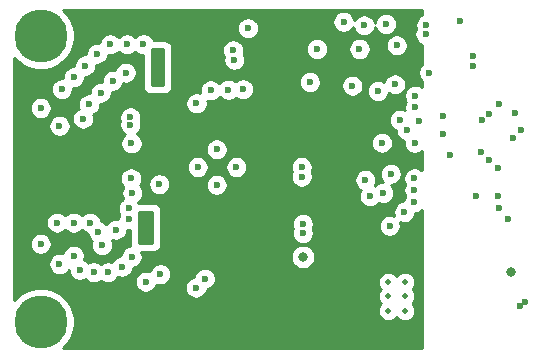
<source format=gbr>
G04 #@! TF.GenerationSoftware,KiCad,Pcbnew,(5.1.5-0-10_14)*
G04 #@! TF.CreationDate,2020-03-09T21:53:23-07:00*
G04 #@! TF.ProjectId,R1,52312e6b-6963-4616-945f-706362585858,rev?*
G04 #@! TF.SameCoordinates,Original*
G04 #@! TF.FileFunction,Copper,L3,Inr*
G04 #@! TF.FilePolarity,Positive*
%FSLAX46Y46*%
G04 Gerber Fmt 4.6, Leading zero omitted, Abs format (unit mm)*
G04 Created by KiCad (PCBNEW (5.1.5-0-10_14)) date 2020-03-09 21:53:23*
%MOMM*%
%LPD*%
G04 APERTURE LIST*
%ADD10C,0.500000*%
%ADD11C,4.500000*%
%ADD12C,0.600000*%
%ADD13C,0.800000*%
%ADD14C,0.254000*%
G04 APERTURE END LIST*
D10*
X158450000Y-111950000D03*
X157050000Y-111950000D03*
X158450000Y-110750000D03*
X157050000Y-110750000D03*
X158450000Y-109550000D03*
X157050000Y-109550000D03*
D11*
X127600000Y-88700000D03*
X127600000Y-112900000D03*
D12*
X161700000Y-95500000D03*
X161700000Y-97000000D03*
X132800000Y-106400000D03*
X132500000Y-105300000D03*
X136300000Y-89400000D03*
X134900000Y-89400000D03*
X133500000Y-89400000D03*
X132400000Y-90200000D03*
X131400000Y-91200000D03*
X130400000Y-92200000D03*
X129400000Y-93200000D03*
X134800000Y-91800000D03*
X133700000Y-92500000D03*
X132700000Y-93500000D03*
X131700000Y-94500000D03*
X137500000Y-90100000D03*
X136500000Y-106000000D03*
X135300000Y-107400000D03*
X133300000Y-108700000D03*
X132100000Y-108700000D03*
X130900000Y-108500000D03*
X130400000Y-107300000D03*
X131800000Y-104500000D03*
X130400000Y-104500000D03*
X129000000Y-104500000D03*
X134000000Y-105100000D03*
X129200000Y-108000000D03*
X127600000Y-106300000D03*
X127600000Y-94800000D03*
X134500000Y-108250000D03*
X135100000Y-104200000D03*
D13*
X149800000Y-107400000D03*
D12*
X150400000Y-92600000D03*
X151000000Y-89800000D03*
X154600000Y-89800000D03*
X154000000Y-92900000D03*
X157600000Y-92800000D03*
X164200000Y-90400000D03*
X164200000Y-91200000D03*
X166300000Y-99900000D03*
X168258410Y-96658410D03*
X167200000Y-104200000D03*
X156600000Y-102000000D03*
X158400000Y-103600000D03*
X149800000Y-105400000D03*
X149800000Y-104600000D03*
X149700000Y-100600000D03*
X149700000Y-99800000D03*
X135200000Y-95600000D03*
X135200000Y-96200000D03*
X140800000Y-94400000D03*
X142500000Y-98300000D03*
X140900000Y-99800000D03*
X144175000Y-99800000D03*
X142500000Y-101300000D03*
X137650000Y-101250000D03*
X145157207Y-88038400D03*
X129200000Y-96300000D03*
X131200000Y-95700000D03*
X160500000Y-91800000D03*
D13*
X128000000Y-101000000D03*
X128000000Y-100200000D03*
X128800000Y-99800000D03*
X128800000Y-100600000D03*
X128800000Y-101400000D03*
X149000000Y-114600000D03*
X149800000Y-114600000D03*
X151400000Y-114600000D03*
X150600000Y-114600000D03*
D12*
X135250000Y-100750000D03*
X157750000Y-89500000D03*
X166450000Y-103250000D03*
X157250000Y-100375000D03*
X153250000Y-87500000D03*
X155000000Y-87800000D03*
X156839471Y-87679752D03*
X160193996Y-88547968D03*
X136500000Y-109500000D03*
X159250000Y-100750000D03*
X159274968Y-97750000D03*
X160275336Y-87752102D03*
X162250000Y-98750010D03*
X137750000Y-108874990D03*
X157146641Y-104774968D03*
X155500000Y-102275017D03*
X155100000Y-100900000D03*
X144750011Y-93200004D03*
X135296647Y-97796647D03*
X142000000Y-93300000D03*
X143900008Y-89900000D03*
X143500000Y-93250000D03*
X143999989Y-90719460D03*
X159324990Y-93750000D03*
X159324990Y-94750000D03*
X159632059Y-95895108D03*
X141500000Y-109250000D03*
X159249990Y-101750000D03*
X158625010Y-96696960D03*
X140750000Y-110000000D03*
X159250000Y-102750000D03*
X158000000Y-95800000D03*
X167558051Y-97358051D03*
X167800000Y-95200000D03*
X164900000Y-98556250D03*
X164974990Y-95842999D03*
X165600000Y-99181250D03*
X165574990Y-95300000D03*
X166395793Y-94495308D03*
X168159620Y-111600000D03*
X168650000Y-111250000D03*
X135085568Y-103298316D03*
X166289442Y-102210558D03*
X164500000Y-102250000D03*
X156500000Y-97750000D03*
X156150000Y-93360000D03*
X163100000Y-87400006D03*
D13*
X167400000Y-108700000D03*
D12*
X135366942Y-102000000D03*
D14*
G36*
X159873000Y-86906719D02*
G01*
X159832447Y-86923516D01*
X159679308Y-87025840D01*
X159549074Y-87156074D01*
X159446750Y-87309213D01*
X159376268Y-87479373D01*
X159340336Y-87660013D01*
X159340336Y-87844191D01*
X159376268Y-88024831D01*
X159392632Y-88064338D01*
X159365410Y-88105079D01*
X159294928Y-88275239D01*
X159258996Y-88455879D01*
X159258996Y-88640057D01*
X159294928Y-88820697D01*
X159365410Y-88990857D01*
X159467734Y-89143996D01*
X159597968Y-89274230D01*
X159751107Y-89376554D01*
X159873000Y-89427043D01*
X159873000Y-91104710D01*
X159773738Y-91203972D01*
X159671414Y-91357111D01*
X159600932Y-91527271D01*
X159565000Y-91707911D01*
X159565000Y-91892089D01*
X159600932Y-92072729D01*
X159671414Y-92242889D01*
X159773738Y-92396028D01*
X159873000Y-92495290D01*
X159873000Y-92991653D01*
X159767879Y-92921414D01*
X159597719Y-92850932D01*
X159417079Y-92815000D01*
X159232901Y-92815000D01*
X159052261Y-92850932D01*
X158882101Y-92921414D01*
X158728962Y-93023738D01*
X158598728Y-93153972D01*
X158496404Y-93307111D01*
X158425922Y-93477271D01*
X158389990Y-93657911D01*
X158389990Y-93842089D01*
X158425922Y-94022729D01*
X158496404Y-94192889D01*
X158534564Y-94250000D01*
X158496404Y-94307111D01*
X158425922Y-94477271D01*
X158389990Y-94657911D01*
X158389990Y-94842089D01*
X158413275Y-94959147D01*
X158272729Y-94900932D01*
X158092089Y-94865000D01*
X157907911Y-94865000D01*
X157727271Y-94900932D01*
X157557111Y-94971414D01*
X157403972Y-95073738D01*
X157273738Y-95203972D01*
X157171414Y-95357111D01*
X157100932Y-95527271D01*
X157065000Y-95707911D01*
X157065000Y-95892089D01*
X157100932Y-96072729D01*
X157171414Y-96242889D01*
X157273738Y-96396028D01*
X157403972Y-96526262D01*
X157557111Y-96628586D01*
X157690010Y-96683634D01*
X157690010Y-96789049D01*
X157725942Y-96969689D01*
X157796424Y-97139849D01*
X157898748Y-97292988D01*
X158028982Y-97423222D01*
X158182121Y-97525546D01*
X158352278Y-97596027D01*
X158339968Y-97657911D01*
X158339968Y-97842089D01*
X158375900Y-98022729D01*
X158446382Y-98192889D01*
X158548706Y-98346028D01*
X158678940Y-98476262D01*
X158832079Y-98578586D01*
X159002239Y-98649068D01*
X159182879Y-98685000D01*
X159367057Y-98685000D01*
X159547697Y-98649068D01*
X159717857Y-98578586D01*
X159870996Y-98476262D01*
X159873000Y-98474258D01*
X159873000Y-100050710D01*
X159846028Y-100023738D01*
X159692889Y-99921414D01*
X159522729Y-99850932D01*
X159342089Y-99815000D01*
X159157911Y-99815000D01*
X158977271Y-99850932D01*
X158807111Y-99921414D01*
X158653972Y-100023738D01*
X158523738Y-100153972D01*
X158421414Y-100307111D01*
X158350932Y-100477271D01*
X158315000Y-100657911D01*
X158315000Y-100842089D01*
X158350932Y-101022729D01*
X158421414Y-101192889D01*
X158459569Y-101249993D01*
X158421404Y-101307111D01*
X158350922Y-101477271D01*
X158314990Y-101657911D01*
X158314990Y-101842089D01*
X158350922Y-102022729D01*
X158421404Y-102192889D01*
X158459569Y-102250007D01*
X158421414Y-102307111D01*
X158350932Y-102477271D01*
X158315000Y-102657911D01*
X158315000Y-102665000D01*
X158307911Y-102665000D01*
X158127271Y-102700932D01*
X157957111Y-102771414D01*
X157803972Y-102873738D01*
X157673738Y-103003972D01*
X157571414Y-103157111D01*
X157500932Y-103327271D01*
X157465000Y-103507911D01*
X157465000Y-103692089D01*
X157500932Y-103872729D01*
X157519409Y-103917337D01*
X157419370Y-103875900D01*
X157238730Y-103839968D01*
X157054552Y-103839968D01*
X156873912Y-103875900D01*
X156703752Y-103946382D01*
X156550613Y-104048706D01*
X156420379Y-104178940D01*
X156318055Y-104332079D01*
X156247573Y-104502239D01*
X156211641Y-104682879D01*
X156211641Y-104867057D01*
X156247573Y-105047697D01*
X156318055Y-105217857D01*
X156420379Y-105370996D01*
X156550613Y-105501230D01*
X156703752Y-105603554D01*
X156873912Y-105674036D01*
X157054552Y-105709968D01*
X157238730Y-105709968D01*
X157419370Y-105674036D01*
X157589530Y-105603554D01*
X157742669Y-105501230D01*
X157872903Y-105370996D01*
X157975227Y-105217857D01*
X158045709Y-105047697D01*
X158081641Y-104867057D01*
X158081641Y-104682879D01*
X158045709Y-104502239D01*
X158027232Y-104457631D01*
X158127271Y-104499068D01*
X158307911Y-104535000D01*
X158492089Y-104535000D01*
X158672729Y-104499068D01*
X158842889Y-104428586D01*
X158996028Y-104326262D01*
X159126262Y-104196028D01*
X159228586Y-104042889D01*
X159299068Y-103872729D01*
X159335000Y-103692089D01*
X159335000Y-103685000D01*
X159342089Y-103685000D01*
X159522729Y-103649068D01*
X159692889Y-103578586D01*
X159846028Y-103476262D01*
X159873000Y-103449290D01*
X159873000Y-115115000D01*
X129465006Y-115115000D01*
X129840926Y-114739080D01*
X130156654Y-114266560D01*
X130374131Y-113741523D01*
X130485000Y-113184148D01*
X130485000Y-112615852D01*
X130374131Y-112058477D01*
X130156654Y-111533440D01*
X129840926Y-111060920D01*
X129439080Y-110659074D01*
X128966560Y-110343346D01*
X128441523Y-110125869D01*
X127884148Y-110015000D01*
X127315852Y-110015000D01*
X126758477Y-110125869D01*
X126233440Y-110343346D01*
X125760920Y-110659074D01*
X125385000Y-111034994D01*
X125385000Y-106207911D01*
X126665000Y-106207911D01*
X126665000Y-106392089D01*
X126700932Y-106572729D01*
X126771414Y-106742889D01*
X126873738Y-106896028D01*
X127003972Y-107026262D01*
X127157111Y-107128586D01*
X127327271Y-107199068D01*
X127507911Y-107235000D01*
X127692089Y-107235000D01*
X127872729Y-107199068D01*
X128042889Y-107128586D01*
X128196028Y-107026262D01*
X128326262Y-106896028D01*
X128428586Y-106742889D01*
X128499068Y-106572729D01*
X128535000Y-106392089D01*
X128535000Y-106207911D01*
X128499068Y-106027271D01*
X128428586Y-105857111D01*
X128326262Y-105703972D01*
X128196028Y-105573738D01*
X128042889Y-105471414D01*
X127872729Y-105400932D01*
X127692089Y-105365000D01*
X127507911Y-105365000D01*
X127327271Y-105400932D01*
X127157111Y-105471414D01*
X127003972Y-105573738D01*
X126873738Y-105703972D01*
X126771414Y-105857111D01*
X126700932Y-106027271D01*
X126665000Y-106207911D01*
X125385000Y-106207911D01*
X125385000Y-104407911D01*
X128065000Y-104407911D01*
X128065000Y-104592089D01*
X128100932Y-104772729D01*
X128171414Y-104942889D01*
X128273738Y-105096028D01*
X128403972Y-105226262D01*
X128557111Y-105328586D01*
X128727271Y-105399068D01*
X128907911Y-105435000D01*
X129092089Y-105435000D01*
X129272729Y-105399068D01*
X129442889Y-105328586D01*
X129596028Y-105226262D01*
X129700000Y-105122290D01*
X129803972Y-105226262D01*
X129957111Y-105328586D01*
X130127271Y-105399068D01*
X130307911Y-105435000D01*
X130492089Y-105435000D01*
X130672729Y-105399068D01*
X130842889Y-105328586D01*
X130996028Y-105226262D01*
X131100000Y-105122290D01*
X131203972Y-105226262D01*
X131357111Y-105328586D01*
X131527271Y-105399068D01*
X131568000Y-105407170D01*
X131600932Y-105572729D01*
X131671414Y-105742889D01*
X131773738Y-105896028D01*
X131903972Y-106026262D01*
X131934360Y-106046567D01*
X131900932Y-106127271D01*
X131865000Y-106307911D01*
X131865000Y-106492089D01*
X131900932Y-106672729D01*
X131971414Y-106842889D01*
X132073738Y-106996028D01*
X132203972Y-107126262D01*
X132357111Y-107228586D01*
X132527271Y-107299068D01*
X132707911Y-107335000D01*
X132892089Y-107335000D01*
X133072729Y-107299068D01*
X133242889Y-107228586D01*
X133396028Y-107126262D01*
X133526262Y-106996028D01*
X133628586Y-106842889D01*
X133699068Y-106672729D01*
X133735000Y-106492089D01*
X133735000Y-106307911D01*
X133699068Y-106127271D01*
X133629126Y-105958415D01*
X133727271Y-105999068D01*
X133907911Y-106035000D01*
X134092089Y-106035000D01*
X134272729Y-105999068D01*
X134442889Y-105928586D01*
X134596028Y-105826262D01*
X134726262Y-105696028D01*
X134828586Y-105542889D01*
X134899068Y-105372729D01*
X134935000Y-105192089D01*
X134935000Y-105120497D01*
X135007911Y-105135000D01*
X135165000Y-105135000D01*
X135165000Y-106351599D01*
X135176779Y-106471193D01*
X135027271Y-106500932D01*
X134857111Y-106571414D01*
X134703972Y-106673738D01*
X134573738Y-106803972D01*
X134471414Y-106957111D01*
X134400932Y-107127271D01*
X134365000Y-107307911D01*
X134365000Y-107323536D01*
X134227271Y-107350932D01*
X134057111Y-107421414D01*
X133903972Y-107523738D01*
X133773738Y-107653972D01*
X133671414Y-107807111D01*
X133659147Y-107836727D01*
X133572729Y-107800932D01*
X133392089Y-107765000D01*
X133207911Y-107765000D01*
X133027271Y-107800932D01*
X132857111Y-107871414D01*
X132703972Y-107973738D01*
X132700000Y-107977710D01*
X132696028Y-107973738D01*
X132542889Y-107871414D01*
X132372729Y-107800932D01*
X132192089Y-107765000D01*
X132007911Y-107765000D01*
X131827271Y-107800932D01*
X131657111Y-107871414D01*
X131619101Y-107896811D01*
X131496028Y-107773738D01*
X131342889Y-107671414D01*
X131270595Y-107641469D01*
X131299068Y-107572729D01*
X131335000Y-107392089D01*
X131335000Y-107207911D01*
X131299068Y-107027271D01*
X131228586Y-106857111D01*
X131126262Y-106703972D01*
X130996028Y-106573738D01*
X130842889Y-106471414D01*
X130672729Y-106400932D01*
X130492089Y-106365000D01*
X130307911Y-106365000D01*
X130127271Y-106400932D01*
X129957111Y-106471414D01*
X129803972Y-106573738D01*
X129673738Y-106703972D01*
X129571414Y-106857111D01*
X129500932Y-107027271D01*
X129485248Y-107106118D01*
X129472729Y-107100932D01*
X129292089Y-107065000D01*
X129107911Y-107065000D01*
X128927271Y-107100932D01*
X128757111Y-107171414D01*
X128603972Y-107273738D01*
X128473738Y-107403972D01*
X128371414Y-107557111D01*
X128300932Y-107727271D01*
X128265000Y-107907911D01*
X128265000Y-108092089D01*
X128300932Y-108272729D01*
X128371414Y-108442889D01*
X128473738Y-108596028D01*
X128603972Y-108726262D01*
X128757111Y-108828586D01*
X128927271Y-108899068D01*
X129107911Y-108935000D01*
X129292089Y-108935000D01*
X129472729Y-108899068D01*
X129642889Y-108828586D01*
X129796028Y-108726262D01*
X129926262Y-108596028D01*
X129965000Y-108538052D01*
X129965000Y-108592089D01*
X130000932Y-108772729D01*
X130071414Y-108942889D01*
X130173738Y-109096028D01*
X130303972Y-109226262D01*
X130457111Y-109328586D01*
X130627271Y-109399068D01*
X130807911Y-109435000D01*
X130992089Y-109435000D01*
X131172729Y-109399068D01*
X131342889Y-109328586D01*
X131380899Y-109303189D01*
X131503972Y-109426262D01*
X131657111Y-109528586D01*
X131827271Y-109599068D01*
X132007911Y-109635000D01*
X132192089Y-109635000D01*
X132372729Y-109599068D01*
X132542889Y-109528586D01*
X132696028Y-109426262D01*
X132700000Y-109422290D01*
X132703972Y-109426262D01*
X132857111Y-109528586D01*
X133027271Y-109599068D01*
X133207911Y-109635000D01*
X133392089Y-109635000D01*
X133572729Y-109599068D01*
X133742889Y-109528586D01*
X133896028Y-109426262D01*
X133914379Y-109407911D01*
X135565000Y-109407911D01*
X135565000Y-109592089D01*
X135600932Y-109772729D01*
X135671414Y-109942889D01*
X135773738Y-110096028D01*
X135903972Y-110226262D01*
X136057111Y-110328586D01*
X136227271Y-110399068D01*
X136407911Y-110435000D01*
X136592089Y-110435000D01*
X136772729Y-110399068D01*
X136942889Y-110328586D01*
X137096028Y-110226262D01*
X137226262Y-110096028D01*
X137328586Y-109942889D01*
X137343074Y-109907911D01*
X139815000Y-109907911D01*
X139815000Y-110092089D01*
X139850932Y-110272729D01*
X139921414Y-110442889D01*
X140023738Y-110596028D01*
X140153972Y-110726262D01*
X140307111Y-110828586D01*
X140477271Y-110899068D01*
X140657911Y-110935000D01*
X140842089Y-110935000D01*
X141022729Y-110899068D01*
X141192889Y-110828586D01*
X141346028Y-110726262D01*
X141476262Y-110596028D01*
X141578586Y-110442889D01*
X141649068Y-110272729D01*
X141669585Y-110169585D01*
X141772729Y-110149068D01*
X141942889Y-110078586D01*
X142096028Y-109976262D01*
X142226262Y-109846028D01*
X142328586Y-109692889D01*
X142399068Y-109522729D01*
X142410981Y-109462835D01*
X156165000Y-109462835D01*
X156165000Y-109637165D01*
X156199010Y-109808145D01*
X156265723Y-109969205D01*
X156362576Y-110114155D01*
X156398421Y-110150000D01*
X156362576Y-110185845D01*
X156265723Y-110330795D01*
X156199010Y-110491855D01*
X156165000Y-110662835D01*
X156165000Y-110837165D01*
X156199010Y-111008145D01*
X156265723Y-111169205D01*
X156362576Y-111314155D01*
X156398421Y-111350000D01*
X156362576Y-111385845D01*
X156265723Y-111530795D01*
X156199010Y-111691855D01*
X156165000Y-111862835D01*
X156165000Y-112037165D01*
X156199010Y-112208145D01*
X156265723Y-112369205D01*
X156362576Y-112514155D01*
X156485845Y-112637424D01*
X156630795Y-112734277D01*
X156791855Y-112800990D01*
X156962835Y-112835000D01*
X157137165Y-112835000D01*
X157308145Y-112800990D01*
X157469205Y-112734277D01*
X157614155Y-112637424D01*
X157737424Y-112514155D01*
X157750000Y-112495334D01*
X157762576Y-112514155D01*
X157885845Y-112637424D01*
X158030795Y-112734277D01*
X158191855Y-112800990D01*
X158362835Y-112835000D01*
X158537165Y-112835000D01*
X158708145Y-112800990D01*
X158869205Y-112734277D01*
X159014155Y-112637424D01*
X159137424Y-112514155D01*
X159234277Y-112369205D01*
X159300990Y-112208145D01*
X159335000Y-112037165D01*
X159335000Y-111862835D01*
X159300990Y-111691855D01*
X159234277Y-111530795D01*
X159137424Y-111385845D01*
X159101579Y-111350000D01*
X159137424Y-111314155D01*
X159234277Y-111169205D01*
X159300990Y-111008145D01*
X159335000Y-110837165D01*
X159335000Y-110662835D01*
X159300990Y-110491855D01*
X159234277Y-110330795D01*
X159137424Y-110185845D01*
X159101579Y-110150000D01*
X159137424Y-110114155D01*
X159234277Y-109969205D01*
X159300990Y-109808145D01*
X159335000Y-109637165D01*
X159335000Y-109462835D01*
X159300990Y-109291855D01*
X159234277Y-109130795D01*
X159137424Y-108985845D01*
X159014155Y-108862576D01*
X158869205Y-108765723D01*
X158708145Y-108699010D01*
X158537165Y-108665000D01*
X158362835Y-108665000D01*
X158191855Y-108699010D01*
X158030795Y-108765723D01*
X157885845Y-108862576D01*
X157762576Y-108985845D01*
X157750000Y-109004666D01*
X157737424Y-108985845D01*
X157614155Y-108862576D01*
X157469205Y-108765723D01*
X157308145Y-108699010D01*
X157137165Y-108665000D01*
X156962835Y-108665000D01*
X156791855Y-108699010D01*
X156630795Y-108765723D01*
X156485845Y-108862576D01*
X156362576Y-108985845D01*
X156265723Y-109130795D01*
X156199010Y-109291855D01*
X156165000Y-109462835D01*
X142410981Y-109462835D01*
X142435000Y-109342089D01*
X142435000Y-109157911D01*
X142399068Y-108977271D01*
X142328586Y-108807111D01*
X142226262Y-108653972D01*
X142096028Y-108523738D01*
X141942889Y-108421414D01*
X141772729Y-108350932D01*
X141592089Y-108315000D01*
X141407911Y-108315000D01*
X141227271Y-108350932D01*
X141057111Y-108421414D01*
X140903972Y-108523738D01*
X140773738Y-108653972D01*
X140671414Y-108807111D01*
X140600932Y-108977271D01*
X140580415Y-109080415D01*
X140477271Y-109100932D01*
X140307111Y-109171414D01*
X140153972Y-109273738D01*
X140023738Y-109403972D01*
X139921414Y-109557111D01*
X139850932Y-109727271D01*
X139815000Y-109907911D01*
X137343074Y-109907911D01*
X137399068Y-109772729D01*
X137404777Y-109744030D01*
X137477271Y-109774058D01*
X137657911Y-109809990D01*
X137842089Y-109809990D01*
X138022729Y-109774058D01*
X138192889Y-109703576D01*
X138346028Y-109601252D01*
X138476262Y-109471018D01*
X138578586Y-109317879D01*
X138649068Y-109147719D01*
X138685000Y-108967079D01*
X138685000Y-108782901D01*
X138649068Y-108602261D01*
X138578586Y-108432101D01*
X138476262Y-108278962D01*
X138346028Y-108148728D01*
X138192889Y-108046404D01*
X138022729Y-107975922D01*
X137842089Y-107939990D01*
X137657911Y-107939990D01*
X137477271Y-107975922D01*
X137307111Y-108046404D01*
X137153972Y-108148728D01*
X137023738Y-108278962D01*
X136921414Y-108432101D01*
X136850932Y-108602261D01*
X136845223Y-108630960D01*
X136772729Y-108600932D01*
X136592089Y-108565000D01*
X136407911Y-108565000D01*
X136227271Y-108600932D01*
X136057111Y-108671414D01*
X135903972Y-108773738D01*
X135773738Y-108903972D01*
X135671414Y-109057111D01*
X135600932Y-109227271D01*
X135565000Y-109407911D01*
X133914379Y-109407911D01*
X134026262Y-109296028D01*
X134128586Y-109142889D01*
X134140853Y-109113273D01*
X134227271Y-109149068D01*
X134407911Y-109185000D01*
X134592089Y-109185000D01*
X134772729Y-109149068D01*
X134942889Y-109078586D01*
X135096028Y-108976262D01*
X135226262Y-108846028D01*
X135328586Y-108692889D01*
X135399068Y-108522729D01*
X135435000Y-108342089D01*
X135435000Y-108326464D01*
X135572729Y-108299068D01*
X135742889Y-108228586D01*
X135896028Y-108126262D01*
X136026262Y-107996028D01*
X136128586Y-107842889D01*
X136199068Y-107672729D01*
X136235000Y-107492089D01*
X136235000Y-107307911D01*
X136233041Y-107298061D01*
X148765000Y-107298061D01*
X148765000Y-107501939D01*
X148804774Y-107701898D01*
X148882795Y-107890256D01*
X148996063Y-108059774D01*
X149140226Y-108203937D01*
X149309744Y-108317205D01*
X149498102Y-108395226D01*
X149698061Y-108435000D01*
X149901939Y-108435000D01*
X150101898Y-108395226D01*
X150290256Y-108317205D01*
X150459774Y-108203937D01*
X150603937Y-108059774D01*
X150717205Y-107890256D01*
X150795226Y-107701898D01*
X150835000Y-107501939D01*
X150835000Y-107298061D01*
X150795226Y-107098102D01*
X150717205Y-106909744D01*
X150603937Y-106740226D01*
X150459774Y-106596063D01*
X150290256Y-106482795D01*
X150101898Y-106404774D01*
X149901939Y-106365000D01*
X149698061Y-106365000D01*
X149498102Y-106404774D01*
X149309744Y-106482795D01*
X149140226Y-106596063D01*
X148996063Y-106740226D01*
X148882795Y-106909744D01*
X148804774Y-107098102D01*
X148765000Y-107298061D01*
X136233041Y-107298061D01*
X136199068Y-107127271D01*
X136140800Y-106986599D01*
X137200000Y-106986599D01*
X137323882Y-106974398D01*
X137443004Y-106938263D01*
X137552787Y-106879582D01*
X137649013Y-106800612D01*
X137727983Y-106704386D01*
X137786664Y-106594603D01*
X137822799Y-106475481D01*
X137835000Y-106351599D01*
X137835000Y-104507911D01*
X148865000Y-104507911D01*
X148865000Y-104692089D01*
X148900932Y-104872729D01*
X148953649Y-105000000D01*
X148900932Y-105127271D01*
X148865000Y-105307911D01*
X148865000Y-105492089D01*
X148900932Y-105672729D01*
X148971414Y-105842889D01*
X149073738Y-105996028D01*
X149203972Y-106126262D01*
X149357111Y-106228586D01*
X149527271Y-106299068D01*
X149707911Y-106335000D01*
X149892089Y-106335000D01*
X150072729Y-106299068D01*
X150242889Y-106228586D01*
X150396028Y-106126262D01*
X150526262Y-105996028D01*
X150628586Y-105842889D01*
X150699068Y-105672729D01*
X150735000Y-105492089D01*
X150735000Y-105307911D01*
X150699068Y-105127271D01*
X150646351Y-105000000D01*
X150699068Y-104872729D01*
X150735000Y-104692089D01*
X150735000Y-104507911D01*
X150699068Y-104327271D01*
X150628586Y-104157111D01*
X150526262Y-104003972D01*
X150396028Y-103873738D01*
X150242889Y-103771414D01*
X150072729Y-103700932D01*
X149892089Y-103665000D01*
X149707911Y-103665000D01*
X149527271Y-103700932D01*
X149357111Y-103771414D01*
X149203972Y-103873738D01*
X149073738Y-104003972D01*
X148971414Y-104157111D01*
X148900932Y-104327271D01*
X148865000Y-104507911D01*
X137835000Y-104507911D01*
X137835000Y-103451599D01*
X137822799Y-103327717D01*
X137786664Y-103208595D01*
X137727983Y-103098812D01*
X137649013Y-103002586D01*
X137552787Y-102923616D01*
X137443004Y-102864935D01*
X137323882Y-102828800D01*
X137200000Y-102816599D01*
X135888210Y-102816599D01*
X135869555Y-102788680D01*
X135962970Y-102726262D01*
X136093204Y-102596028D01*
X136195528Y-102442889D01*
X136266010Y-102272729D01*
X136301942Y-102092089D01*
X136301942Y-101907911D01*
X136266010Y-101727271D01*
X136195528Y-101557111D01*
X136093204Y-101403972D01*
X135999893Y-101310661D01*
X136078586Y-101192889D01*
X136093074Y-101157911D01*
X136715000Y-101157911D01*
X136715000Y-101342089D01*
X136750932Y-101522729D01*
X136821414Y-101692889D01*
X136923738Y-101846028D01*
X137053972Y-101976262D01*
X137207111Y-102078586D01*
X137377271Y-102149068D01*
X137557911Y-102185000D01*
X137742089Y-102185000D01*
X137922729Y-102149068D01*
X138092889Y-102078586D01*
X138246028Y-101976262D01*
X138376262Y-101846028D01*
X138478586Y-101692889D01*
X138549068Y-101522729D01*
X138585000Y-101342089D01*
X138585000Y-101207911D01*
X141565000Y-101207911D01*
X141565000Y-101392089D01*
X141600932Y-101572729D01*
X141671414Y-101742889D01*
X141773738Y-101896028D01*
X141903972Y-102026262D01*
X142057111Y-102128586D01*
X142227271Y-102199068D01*
X142407911Y-102235000D01*
X142592089Y-102235000D01*
X142772729Y-102199068D01*
X142942889Y-102128586D01*
X143096028Y-102026262D01*
X143226262Y-101896028D01*
X143328586Y-101742889D01*
X143399068Y-101572729D01*
X143435000Y-101392089D01*
X143435000Y-101207911D01*
X143399068Y-101027271D01*
X143328586Y-100857111D01*
X143226262Y-100703972D01*
X143096028Y-100573738D01*
X142942889Y-100471414D01*
X142772729Y-100400932D01*
X142592089Y-100365000D01*
X142407911Y-100365000D01*
X142227271Y-100400932D01*
X142057111Y-100471414D01*
X141903972Y-100573738D01*
X141773738Y-100703972D01*
X141671414Y-100857111D01*
X141600932Y-101027271D01*
X141565000Y-101207911D01*
X138585000Y-101207911D01*
X138585000Y-101157911D01*
X138549068Y-100977271D01*
X138478586Y-100807111D01*
X138376262Y-100653972D01*
X138246028Y-100523738D01*
X138092889Y-100421414D01*
X137922729Y-100350932D01*
X137742089Y-100315000D01*
X137557911Y-100315000D01*
X137377271Y-100350932D01*
X137207111Y-100421414D01*
X137053972Y-100523738D01*
X136923738Y-100653972D01*
X136821414Y-100807111D01*
X136750932Y-100977271D01*
X136715000Y-101157911D01*
X136093074Y-101157911D01*
X136149068Y-101022729D01*
X136185000Y-100842089D01*
X136185000Y-100657911D01*
X136149068Y-100477271D01*
X136078586Y-100307111D01*
X135976262Y-100153972D01*
X135846028Y-100023738D01*
X135692889Y-99921414D01*
X135522729Y-99850932D01*
X135342089Y-99815000D01*
X135157911Y-99815000D01*
X134977271Y-99850932D01*
X134807111Y-99921414D01*
X134653972Y-100023738D01*
X134523738Y-100153972D01*
X134421414Y-100307111D01*
X134350932Y-100477271D01*
X134315000Y-100657911D01*
X134315000Y-100842089D01*
X134350932Y-101022729D01*
X134421414Y-101192889D01*
X134523738Y-101346028D01*
X134617049Y-101439339D01*
X134538356Y-101557111D01*
X134467874Y-101727271D01*
X134431942Y-101907911D01*
X134431942Y-102092089D01*
X134467874Y-102272729D01*
X134538356Y-102442889D01*
X134582955Y-102509636D01*
X134489540Y-102572054D01*
X134359306Y-102702288D01*
X134256982Y-102855427D01*
X134186500Y-103025587D01*
X134150568Y-103206227D01*
X134150568Y-103390405D01*
X134186500Y-103571045D01*
X134256982Y-103741205D01*
X134269958Y-103760625D01*
X134200932Y-103927271D01*
X134165000Y-104107911D01*
X134165000Y-104179503D01*
X134092089Y-104165000D01*
X133907911Y-104165000D01*
X133727271Y-104200932D01*
X133557111Y-104271414D01*
X133403972Y-104373738D01*
X133273738Y-104503972D01*
X133174613Y-104652323D01*
X133096028Y-104573738D01*
X132942889Y-104471414D01*
X132772729Y-104400932D01*
X132732000Y-104392830D01*
X132699068Y-104227271D01*
X132628586Y-104057111D01*
X132526262Y-103903972D01*
X132396028Y-103773738D01*
X132242889Y-103671414D01*
X132072729Y-103600932D01*
X131892089Y-103565000D01*
X131707911Y-103565000D01*
X131527271Y-103600932D01*
X131357111Y-103671414D01*
X131203972Y-103773738D01*
X131100000Y-103877710D01*
X130996028Y-103773738D01*
X130842889Y-103671414D01*
X130672729Y-103600932D01*
X130492089Y-103565000D01*
X130307911Y-103565000D01*
X130127271Y-103600932D01*
X129957111Y-103671414D01*
X129803972Y-103773738D01*
X129700000Y-103877710D01*
X129596028Y-103773738D01*
X129442889Y-103671414D01*
X129272729Y-103600932D01*
X129092089Y-103565000D01*
X128907911Y-103565000D01*
X128727271Y-103600932D01*
X128557111Y-103671414D01*
X128403972Y-103773738D01*
X128273738Y-103903972D01*
X128171414Y-104057111D01*
X128100932Y-104227271D01*
X128065000Y-104407911D01*
X125385000Y-104407911D01*
X125385000Y-99707911D01*
X139965000Y-99707911D01*
X139965000Y-99892089D01*
X140000932Y-100072729D01*
X140071414Y-100242889D01*
X140173738Y-100396028D01*
X140303972Y-100526262D01*
X140457111Y-100628586D01*
X140627271Y-100699068D01*
X140807911Y-100735000D01*
X140992089Y-100735000D01*
X141172729Y-100699068D01*
X141342889Y-100628586D01*
X141496028Y-100526262D01*
X141626262Y-100396028D01*
X141728586Y-100242889D01*
X141799068Y-100072729D01*
X141835000Y-99892089D01*
X141835000Y-99707911D01*
X143240000Y-99707911D01*
X143240000Y-99892089D01*
X143275932Y-100072729D01*
X143346414Y-100242889D01*
X143448738Y-100396028D01*
X143578972Y-100526262D01*
X143732111Y-100628586D01*
X143902271Y-100699068D01*
X144082911Y-100735000D01*
X144267089Y-100735000D01*
X144447729Y-100699068D01*
X144617889Y-100628586D01*
X144771028Y-100526262D01*
X144901262Y-100396028D01*
X145003586Y-100242889D01*
X145074068Y-100072729D01*
X145110000Y-99892089D01*
X145110000Y-99707911D01*
X148765000Y-99707911D01*
X148765000Y-99892089D01*
X148800932Y-100072729D01*
X148853649Y-100200000D01*
X148800932Y-100327271D01*
X148765000Y-100507911D01*
X148765000Y-100692089D01*
X148800932Y-100872729D01*
X148871414Y-101042889D01*
X148973738Y-101196028D01*
X149103972Y-101326262D01*
X149257111Y-101428586D01*
X149427271Y-101499068D01*
X149607911Y-101535000D01*
X149792089Y-101535000D01*
X149972729Y-101499068D01*
X150142889Y-101428586D01*
X150296028Y-101326262D01*
X150426262Y-101196028D01*
X150528586Y-101042889D01*
X150599068Y-100872729D01*
X150611961Y-100807911D01*
X154165000Y-100807911D01*
X154165000Y-100992089D01*
X154200932Y-101172729D01*
X154271414Y-101342889D01*
X154373738Y-101496028D01*
X154503972Y-101626262D01*
X154657111Y-101728586D01*
X154722501Y-101755671D01*
X154671414Y-101832128D01*
X154600932Y-102002288D01*
X154565000Y-102182928D01*
X154565000Y-102367106D01*
X154600932Y-102547746D01*
X154671414Y-102717906D01*
X154773738Y-102871045D01*
X154903972Y-103001279D01*
X155057111Y-103103603D01*
X155227271Y-103174085D01*
X155407911Y-103210017D01*
X155592089Y-103210017D01*
X155772729Y-103174085D01*
X155942889Y-103103603D01*
X156096028Y-103001279D01*
X156226262Y-102871045D01*
X156233492Y-102860224D01*
X156327271Y-102899068D01*
X156507911Y-102935000D01*
X156692089Y-102935000D01*
X156872729Y-102899068D01*
X157042889Y-102828586D01*
X157196028Y-102726262D01*
X157326262Y-102596028D01*
X157428586Y-102442889D01*
X157499068Y-102272729D01*
X157535000Y-102092089D01*
X157535000Y-101907911D01*
X157499068Y-101727271D01*
X157428586Y-101557111D01*
X157326262Y-101403972D01*
X157232290Y-101310000D01*
X157342089Y-101310000D01*
X157522729Y-101274068D01*
X157692889Y-101203586D01*
X157846028Y-101101262D01*
X157976262Y-100971028D01*
X158078586Y-100817889D01*
X158149068Y-100647729D01*
X158185000Y-100467089D01*
X158185000Y-100282911D01*
X158149068Y-100102271D01*
X158078586Y-99932111D01*
X157976262Y-99778972D01*
X157846028Y-99648738D01*
X157692889Y-99546414D01*
X157522729Y-99475932D01*
X157342089Y-99440000D01*
X157157911Y-99440000D01*
X156977271Y-99475932D01*
X156807111Y-99546414D01*
X156653972Y-99648738D01*
X156523738Y-99778972D01*
X156421414Y-99932111D01*
X156350932Y-100102271D01*
X156315000Y-100282911D01*
X156315000Y-100467089D01*
X156350932Y-100647729D01*
X156421414Y-100817889D01*
X156523738Y-100971028D01*
X156617710Y-101065000D01*
X156507911Y-101065000D01*
X156327271Y-101100932D01*
X156157111Y-101171414D01*
X156003972Y-101273738D01*
X155916031Y-101361679D01*
X155928586Y-101342889D01*
X155999068Y-101172729D01*
X156035000Y-100992089D01*
X156035000Y-100807911D01*
X155999068Y-100627271D01*
X155928586Y-100457111D01*
X155826262Y-100303972D01*
X155696028Y-100173738D01*
X155542889Y-100071414D01*
X155372729Y-100000932D01*
X155192089Y-99965000D01*
X155007911Y-99965000D01*
X154827271Y-100000932D01*
X154657111Y-100071414D01*
X154503972Y-100173738D01*
X154373738Y-100303972D01*
X154271414Y-100457111D01*
X154200932Y-100627271D01*
X154165000Y-100807911D01*
X150611961Y-100807911D01*
X150635000Y-100692089D01*
X150635000Y-100507911D01*
X150599068Y-100327271D01*
X150546351Y-100200000D01*
X150599068Y-100072729D01*
X150635000Y-99892089D01*
X150635000Y-99707911D01*
X150599068Y-99527271D01*
X150528586Y-99357111D01*
X150426262Y-99203972D01*
X150296028Y-99073738D01*
X150142889Y-98971414D01*
X149972729Y-98900932D01*
X149792089Y-98865000D01*
X149607911Y-98865000D01*
X149427271Y-98900932D01*
X149257111Y-98971414D01*
X149103972Y-99073738D01*
X148973738Y-99203972D01*
X148871414Y-99357111D01*
X148800932Y-99527271D01*
X148765000Y-99707911D01*
X145110000Y-99707911D01*
X145074068Y-99527271D01*
X145003586Y-99357111D01*
X144901262Y-99203972D01*
X144771028Y-99073738D01*
X144617889Y-98971414D01*
X144447729Y-98900932D01*
X144267089Y-98865000D01*
X144082911Y-98865000D01*
X143902271Y-98900932D01*
X143732111Y-98971414D01*
X143578972Y-99073738D01*
X143448738Y-99203972D01*
X143346414Y-99357111D01*
X143275932Y-99527271D01*
X143240000Y-99707911D01*
X141835000Y-99707911D01*
X141799068Y-99527271D01*
X141728586Y-99357111D01*
X141626262Y-99203972D01*
X141496028Y-99073738D01*
X141342889Y-98971414D01*
X141172729Y-98900932D01*
X140992089Y-98865000D01*
X140807911Y-98865000D01*
X140627271Y-98900932D01*
X140457111Y-98971414D01*
X140303972Y-99073738D01*
X140173738Y-99203972D01*
X140071414Y-99357111D01*
X140000932Y-99527271D01*
X139965000Y-99707911D01*
X125385000Y-99707911D01*
X125385000Y-96207911D01*
X128265000Y-96207911D01*
X128265000Y-96392089D01*
X128300932Y-96572729D01*
X128371414Y-96742889D01*
X128473738Y-96896028D01*
X128603972Y-97026262D01*
X128757111Y-97128586D01*
X128927271Y-97199068D01*
X129107911Y-97235000D01*
X129292089Y-97235000D01*
X129472729Y-97199068D01*
X129642889Y-97128586D01*
X129796028Y-97026262D01*
X129926262Y-96896028D01*
X130028586Y-96742889D01*
X130099068Y-96572729D01*
X130135000Y-96392089D01*
X130135000Y-96207911D01*
X130099068Y-96027271D01*
X130028586Y-95857111D01*
X129926262Y-95703972D01*
X129830201Y-95607911D01*
X130265000Y-95607911D01*
X130265000Y-95792089D01*
X130300932Y-95972729D01*
X130371414Y-96142889D01*
X130473738Y-96296028D01*
X130603972Y-96426262D01*
X130757111Y-96528586D01*
X130927271Y-96599068D01*
X131107911Y-96635000D01*
X131292089Y-96635000D01*
X131472729Y-96599068D01*
X131642889Y-96528586D01*
X131796028Y-96426262D01*
X131926262Y-96296028D01*
X132028586Y-96142889D01*
X132099068Y-95972729D01*
X132135000Y-95792089D01*
X132135000Y-95607911D01*
X132115109Y-95507911D01*
X134265000Y-95507911D01*
X134265000Y-95692089D01*
X134300932Y-95872729D01*
X134312228Y-95900000D01*
X134300932Y-95927271D01*
X134265000Y-96107911D01*
X134265000Y-96292089D01*
X134300932Y-96472729D01*
X134371414Y-96642889D01*
X134473738Y-96796028D01*
X134603972Y-96926262D01*
X134757111Y-97028586D01*
X134760855Y-97030137D01*
X134700619Y-97070385D01*
X134570385Y-97200619D01*
X134468061Y-97353758D01*
X134397579Y-97523918D01*
X134361647Y-97704558D01*
X134361647Y-97888736D01*
X134397579Y-98069376D01*
X134468061Y-98239536D01*
X134570385Y-98392675D01*
X134700619Y-98522909D01*
X134853758Y-98625233D01*
X135023918Y-98695715D01*
X135204558Y-98731647D01*
X135388736Y-98731647D01*
X135569376Y-98695715D01*
X135739536Y-98625233D01*
X135892675Y-98522909D01*
X136022909Y-98392675D01*
X136125233Y-98239536D01*
X136138332Y-98207911D01*
X141565000Y-98207911D01*
X141565000Y-98392089D01*
X141600932Y-98572729D01*
X141671414Y-98742889D01*
X141773738Y-98896028D01*
X141903972Y-99026262D01*
X142057111Y-99128586D01*
X142227271Y-99199068D01*
X142407911Y-99235000D01*
X142592089Y-99235000D01*
X142772729Y-99199068D01*
X142942889Y-99128586D01*
X143096028Y-99026262D01*
X143226262Y-98896028D01*
X143328586Y-98742889D01*
X143399068Y-98572729D01*
X143435000Y-98392089D01*
X143435000Y-98207911D01*
X143399068Y-98027271D01*
X143328586Y-97857111D01*
X143226262Y-97703972D01*
X143180201Y-97657911D01*
X155565000Y-97657911D01*
X155565000Y-97842089D01*
X155600932Y-98022729D01*
X155671414Y-98192889D01*
X155773738Y-98346028D01*
X155903972Y-98476262D01*
X156057111Y-98578586D01*
X156227271Y-98649068D01*
X156407911Y-98685000D01*
X156592089Y-98685000D01*
X156772729Y-98649068D01*
X156942889Y-98578586D01*
X157096028Y-98476262D01*
X157226262Y-98346028D01*
X157328586Y-98192889D01*
X157399068Y-98022729D01*
X157435000Y-97842089D01*
X157435000Y-97657911D01*
X157399068Y-97477271D01*
X157328586Y-97307111D01*
X157226262Y-97153972D01*
X157096028Y-97023738D01*
X156942889Y-96921414D01*
X156772729Y-96850932D01*
X156592089Y-96815000D01*
X156407911Y-96815000D01*
X156227271Y-96850932D01*
X156057111Y-96921414D01*
X155903972Y-97023738D01*
X155773738Y-97153972D01*
X155671414Y-97307111D01*
X155600932Y-97477271D01*
X155565000Y-97657911D01*
X143180201Y-97657911D01*
X143096028Y-97573738D01*
X142942889Y-97471414D01*
X142772729Y-97400932D01*
X142592089Y-97365000D01*
X142407911Y-97365000D01*
X142227271Y-97400932D01*
X142057111Y-97471414D01*
X141903972Y-97573738D01*
X141773738Y-97703972D01*
X141671414Y-97857111D01*
X141600932Y-98027271D01*
X141565000Y-98207911D01*
X136138332Y-98207911D01*
X136195715Y-98069376D01*
X136231647Y-97888736D01*
X136231647Y-97704558D01*
X136195715Y-97523918D01*
X136125233Y-97353758D01*
X136022909Y-97200619D01*
X135892675Y-97070385D01*
X135739536Y-96968061D01*
X135735792Y-96966510D01*
X135796028Y-96926262D01*
X135926262Y-96796028D01*
X136028586Y-96642889D01*
X136099068Y-96472729D01*
X136135000Y-96292089D01*
X136135000Y-96107911D01*
X136099068Y-95927271D01*
X136087772Y-95900000D01*
X136099068Y-95872729D01*
X136135000Y-95692089D01*
X136135000Y-95507911D01*
X136099068Y-95327271D01*
X136028586Y-95157111D01*
X135926262Y-95003972D01*
X135796028Y-94873738D01*
X135642889Y-94771414D01*
X135472729Y-94700932D01*
X135292089Y-94665000D01*
X135107911Y-94665000D01*
X134927271Y-94700932D01*
X134757111Y-94771414D01*
X134603972Y-94873738D01*
X134473738Y-95003972D01*
X134371414Y-95157111D01*
X134300932Y-95327271D01*
X134265000Y-95507911D01*
X132115109Y-95507911D01*
X132099068Y-95427271D01*
X132070595Y-95358531D01*
X132142889Y-95328586D01*
X132296028Y-95226262D01*
X132426262Y-95096028D01*
X132528586Y-94942889D01*
X132599068Y-94772729D01*
X132635000Y-94592089D01*
X132635000Y-94435000D01*
X132792089Y-94435000D01*
X132972729Y-94399068D01*
X133142889Y-94328586D01*
X133173831Y-94307911D01*
X139865000Y-94307911D01*
X139865000Y-94492089D01*
X139900932Y-94672729D01*
X139971414Y-94842889D01*
X140073738Y-94996028D01*
X140203972Y-95126262D01*
X140357111Y-95228586D01*
X140527271Y-95299068D01*
X140707911Y-95335000D01*
X140892089Y-95335000D01*
X141072729Y-95299068D01*
X141242889Y-95228586D01*
X141396028Y-95126262D01*
X141526262Y-94996028D01*
X141628586Y-94842889D01*
X141699068Y-94672729D01*
X141735000Y-94492089D01*
X141735000Y-94307911D01*
X141712099Y-94192784D01*
X141727271Y-94199068D01*
X141907911Y-94235000D01*
X142092089Y-94235000D01*
X142272729Y-94199068D01*
X142442889Y-94128586D01*
X142596028Y-94026262D01*
X142726262Y-93896028D01*
X142766704Y-93835502D01*
X142773738Y-93846028D01*
X142903972Y-93976262D01*
X143057111Y-94078586D01*
X143227271Y-94149068D01*
X143407911Y-94185000D01*
X143592089Y-94185000D01*
X143772729Y-94149068D01*
X143942889Y-94078586D01*
X144096028Y-93976262D01*
X144150004Y-93922287D01*
X144153983Y-93926266D01*
X144307122Y-94028590D01*
X144477282Y-94099072D01*
X144657922Y-94135004D01*
X144842100Y-94135004D01*
X145022740Y-94099072D01*
X145192900Y-94028590D01*
X145346039Y-93926266D01*
X145476273Y-93796032D01*
X145578597Y-93642893D01*
X145649079Y-93472733D01*
X145685011Y-93292093D01*
X145685011Y-93107915D01*
X145649079Y-92927275D01*
X145578597Y-92757115D01*
X145476273Y-92603976D01*
X145380208Y-92507911D01*
X149465000Y-92507911D01*
X149465000Y-92692089D01*
X149500932Y-92872729D01*
X149571414Y-93042889D01*
X149673738Y-93196028D01*
X149803972Y-93326262D01*
X149957111Y-93428586D01*
X150127271Y-93499068D01*
X150307911Y-93535000D01*
X150492089Y-93535000D01*
X150672729Y-93499068D01*
X150842889Y-93428586D01*
X150996028Y-93326262D01*
X151126262Y-93196028D01*
X151228586Y-93042889D01*
X151299068Y-92872729D01*
X151311961Y-92807911D01*
X153065000Y-92807911D01*
X153065000Y-92992089D01*
X153100932Y-93172729D01*
X153171414Y-93342889D01*
X153273738Y-93496028D01*
X153403972Y-93626262D01*
X153557111Y-93728586D01*
X153727271Y-93799068D01*
X153907911Y-93835000D01*
X154092089Y-93835000D01*
X154272729Y-93799068D01*
X154442889Y-93728586D01*
X154596028Y-93626262D01*
X154726262Y-93496028D01*
X154828586Y-93342889D01*
X154859642Y-93267911D01*
X155215000Y-93267911D01*
X155215000Y-93452089D01*
X155250932Y-93632729D01*
X155321414Y-93802889D01*
X155423738Y-93956028D01*
X155553972Y-94086262D01*
X155707111Y-94188586D01*
X155877271Y-94259068D01*
X156057911Y-94295000D01*
X156242089Y-94295000D01*
X156422729Y-94259068D01*
X156592889Y-94188586D01*
X156746028Y-94086262D01*
X156876262Y-93956028D01*
X156978586Y-93802889D01*
X157049068Y-93632729D01*
X157062471Y-93565350D01*
X157157111Y-93628586D01*
X157327271Y-93699068D01*
X157507911Y-93735000D01*
X157692089Y-93735000D01*
X157872729Y-93699068D01*
X158042889Y-93628586D01*
X158196028Y-93526262D01*
X158326262Y-93396028D01*
X158428586Y-93242889D01*
X158499068Y-93072729D01*
X158535000Y-92892089D01*
X158535000Y-92707911D01*
X158499068Y-92527271D01*
X158428586Y-92357111D01*
X158326262Y-92203972D01*
X158196028Y-92073738D01*
X158042889Y-91971414D01*
X157872729Y-91900932D01*
X157692089Y-91865000D01*
X157507911Y-91865000D01*
X157327271Y-91900932D01*
X157157111Y-91971414D01*
X157003972Y-92073738D01*
X156873738Y-92203972D01*
X156771414Y-92357111D01*
X156700932Y-92527271D01*
X156687529Y-92594650D01*
X156592889Y-92531414D01*
X156422729Y-92460932D01*
X156242089Y-92425000D01*
X156057911Y-92425000D01*
X155877271Y-92460932D01*
X155707111Y-92531414D01*
X155553972Y-92633738D01*
X155423738Y-92763972D01*
X155321414Y-92917111D01*
X155250932Y-93087271D01*
X155215000Y-93267911D01*
X154859642Y-93267911D01*
X154899068Y-93172729D01*
X154935000Y-92992089D01*
X154935000Y-92807911D01*
X154899068Y-92627271D01*
X154828586Y-92457111D01*
X154726262Y-92303972D01*
X154596028Y-92173738D01*
X154442889Y-92071414D01*
X154272729Y-92000932D01*
X154092089Y-91965000D01*
X153907911Y-91965000D01*
X153727271Y-92000932D01*
X153557111Y-92071414D01*
X153403972Y-92173738D01*
X153273738Y-92303972D01*
X153171414Y-92457111D01*
X153100932Y-92627271D01*
X153065000Y-92807911D01*
X151311961Y-92807911D01*
X151335000Y-92692089D01*
X151335000Y-92507911D01*
X151299068Y-92327271D01*
X151228586Y-92157111D01*
X151126262Y-92003972D01*
X150996028Y-91873738D01*
X150842889Y-91771414D01*
X150672729Y-91700932D01*
X150492089Y-91665000D01*
X150307911Y-91665000D01*
X150127271Y-91700932D01*
X149957111Y-91771414D01*
X149803972Y-91873738D01*
X149673738Y-92003972D01*
X149571414Y-92157111D01*
X149500932Y-92327271D01*
X149465000Y-92507911D01*
X145380208Y-92507911D01*
X145346039Y-92473742D01*
X145192900Y-92371418D01*
X145022740Y-92300936D01*
X144842100Y-92265004D01*
X144657922Y-92265004D01*
X144477282Y-92300936D01*
X144307122Y-92371418D01*
X144153983Y-92473742D01*
X144100008Y-92527718D01*
X144096028Y-92523738D01*
X143942889Y-92421414D01*
X143772729Y-92350932D01*
X143592089Y-92315000D01*
X143407911Y-92315000D01*
X143227271Y-92350932D01*
X143057111Y-92421414D01*
X142903972Y-92523738D01*
X142773738Y-92653972D01*
X142733296Y-92714498D01*
X142726262Y-92703972D01*
X142596028Y-92573738D01*
X142442889Y-92471414D01*
X142272729Y-92400932D01*
X142092089Y-92365000D01*
X141907911Y-92365000D01*
X141727271Y-92400932D01*
X141557111Y-92471414D01*
X141403972Y-92573738D01*
X141273738Y-92703972D01*
X141171414Y-92857111D01*
X141100932Y-93027271D01*
X141065000Y-93207911D01*
X141065000Y-93392089D01*
X141087901Y-93507216D01*
X141072729Y-93500932D01*
X140892089Y-93465000D01*
X140707911Y-93465000D01*
X140527271Y-93500932D01*
X140357111Y-93571414D01*
X140203972Y-93673738D01*
X140073738Y-93803972D01*
X139971414Y-93957111D01*
X139900932Y-94127271D01*
X139865000Y-94307911D01*
X133173831Y-94307911D01*
X133296028Y-94226262D01*
X133426262Y-94096028D01*
X133528586Y-93942889D01*
X133599068Y-93772729D01*
X133635000Y-93592089D01*
X133635000Y-93435000D01*
X133792089Y-93435000D01*
X133972729Y-93399068D01*
X134142889Y-93328586D01*
X134296028Y-93226262D01*
X134426262Y-93096028D01*
X134528586Y-92942889D01*
X134599068Y-92772729D01*
X134610430Y-92715610D01*
X134707911Y-92735000D01*
X134892089Y-92735000D01*
X135072729Y-92699068D01*
X135242889Y-92628586D01*
X135396028Y-92526262D01*
X135526262Y-92396028D01*
X135628586Y-92242889D01*
X135699068Y-92072729D01*
X135735000Y-91892089D01*
X135735000Y-91707911D01*
X135699068Y-91527271D01*
X135628586Y-91357111D01*
X135526262Y-91203972D01*
X135396028Y-91073738D01*
X135242889Y-90971414D01*
X135072729Y-90900932D01*
X134892089Y-90865000D01*
X134707911Y-90865000D01*
X134527271Y-90900932D01*
X134357111Y-90971414D01*
X134203972Y-91073738D01*
X134073738Y-91203972D01*
X133971414Y-91357111D01*
X133900932Y-91527271D01*
X133889570Y-91584390D01*
X133792089Y-91565000D01*
X133607911Y-91565000D01*
X133427271Y-91600932D01*
X133257111Y-91671414D01*
X133103972Y-91773738D01*
X132973738Y-91903972D01*
X132871414Y-92057111D01*
X132800932Y-92227271D01*
X132765000Y-92407911D01*
X132765000Y-92565000D01*
X132607911Y-92565000D01*
X132427271Y-92600932D01*
X132257111Y-92671414D01*
X132103972Y-92773738D01*
X131973738Y-92903972D01*
X131871414Y-93057111D01*
X131800932Y-93227271D01*
X131765000Y-93407911D01*
X131765000Y-93565000D01*
X131607911Y-93565000D01*
X131427271Y-93600932D01*
X131257111Y-93671414D01*
X131103972Y-93773738D01*
X130973738Y-93903972D01*
X130871414Y-94057111D01*
X130800932Y-94227271D01*
X130765000Y-94407911D01*
X130765000Y-94592089D01*
X130800932Y-94772729D01*
X130829405Y-94841469D01*
X130757111Y-94871414D01*
X130603972Y-94973738D01*
X130473738Y-95103972D01*
X130371414Y-95257111D01*
X130300932Y-95427271D01*
X130265000Y-95607911D01*
X129830201Y-95607911D01*
X129796028Y-95573738D01*
X129642889Y-95471414D01*
X129472729Y-95400932D01*
X129292089Y-95365000D01*
X129107911Y-95365000D01*
X128927271Y-95400932D01*
X128757111Y-95471414D01*
X128603972Y-95573738D01*
X128473738Y-95703972D01*
X128371414Y-95857111D01*
X128300932Y-96027271D01*
X128265000Y-96207911D01*
X125385000Y-96207911D01*
X125385000Y-94707911D01*
X126665000Y-94707911D01*
X126665000Y-94892089D01*
X126700932Y-95072729D01*
X126771414Y-95242889D01*
X126873738Y-95396028D01*
X127003972Y-95526262D01*
X127157111Y-95628586D01*
X127327271Y-95699068D01*
X127507911Y-95735000D01*
X127692089Y-95735000D01*
X127872729Y-95699068D01*
X128042889Y-95628586D01*
X128196028Y-95526262D01*
X128326262Y-95396028D01*
X128428586Y-95242889D01*
X128499068Y-95072729D01*
X128535000Y-94892089D01*
X128535000Y-94707911D01*
X128499068Y-94527271D01*
X128428586Y-94357111D01*
X128326262Y-94203972D01*
X128196028Y-94073738D01*
X128042889Y-93971414D01*
X127872729Y-93900932D01*
X127692089Y-93865000D01*
X127507911Y-93865000D01*
X127327271Y-93900932D01*
X127157111Y-93971414D01*
X127003972Y-94073738D01*
X126873738Y-94203972D01*
X126771414Y-94357111D01*
X126700932Y-94527271D01*
X126665000Y-94707911D01*
X125385000Y-94707911D01*
X125385000Y-93107911D01*
X128465000Y-93107911D01*
X128465000Y-93292089D01*
X128500932Y-93472729D01*
X128571414Y-93642889D01*
X128673738Y-93796028D01*
X128803972Y-93926262D01*
X128957111Y-94028586D01*
X129127271Y-94099068D01*
X129307911Y-94135000D01*
X129492089Y-94135000D01*
X129672729Y-94099068D01*
X129842889Y-94028586D01*
X129996028Y-93926262D01*
X130126262Y-93796028D01*
X130228586Y-93642889D01*
X130299068Y-93472729D01*
X130335000Y-93292089D01*
X130335000Y-93135000D01*
X130492089Y-93135000D01*
X130672729Y-93099068D01*
X130842889Y-93028586D01*
X130996028Y-92926262D01*
X131126262Y-92796028D01*
X131228586Y-92642889D01*
X131299068Y-92472729D01*
X131335000Y-92292089D01*
X131335000Y-92135000D01*
X131492089Y-92135000D01*
X131672729Y-92099068D01*
X131842889Y-92028586D01*
X131996028Y-91926262D01*
X132126262Y-91796028D01*
X132228586Y-91642889D01*
X132299068Y-91472729D01*
X132335000Y-91292089D01*
X132335000Y-91135000D01*
X132492089Y-91135000D01*
X132672729Y-91099068D01*
X132842889Y-91028586D01*
X132996028Y-90926262D01*
X133126262Y-90796028D01*
X133228586Y-90642889D01*
X133299068Y-90472729D01*
X133329564Y-90319416D01*
X133407911Y-90335000D01*
X133592089Y-90335000D01*
X133772729Y-90299068D01*
X133942889Y-90228586D01*
X134096028Y-90126262D01*
X134200000Y-90022290D01*
X134303972Y-90126262D01*
X134457111Y-90228586D01*
X134627271Y-90299068D01*
X134807911Y-90335000D01*
X134992089Y-90335000D01*
X135172729Y-90299068D01*
X135342889Y-90228586D01*
X135496028Y-90126262D01*
X135600000Y-90022290D01*
X135703972Y-90126262D01*
X135857111Y-90228586D01*
X136027271Y-90299068D01*
X136207911Y-90335000D01*
X136265000Y-90335000D01*
X136265000Y-93000000D01*
X136277201Y-93123882D01*
X136313336Y-93243004D01*
X136372017Y-93352787D01*
X136450987Y-93449013D01*
X136547213Y-93527983D01*
X136656996Y-93586664D01*
X136776118Y-93622799D01*
X136900000Y-93635000D01*
X138100000Y-93635000D01*
X138223882Y-93622799D01*
X138343004Y-93586664D01*
X138452787Y-93527983D01*
X138549013Y-93449013D01*
X138627983Y-93352787D01*
X138686664Y-93243004D01*
X138722799Y-93123882D01*
X138735000Y-93000000D01*
X138735000Y-89807911D01*
X142965008Y-89807911D01*
X142965008Y-89992089D01*
X143000940Y-90172729D01*
X143071422Y-90342889D01*
X143116185Y-90409881D01*
X143100921Y-90446731D01*
X143064989Y-90627371D01*
X143064989Y-90811549D01*
X143100921Y-90992189D01*
X143171403Y-91162349D01*
X143273727Y-91315488D01*
X143403961Y-91445722D01*
X143557100Y-91548046D01*
X143727260Y-91618528D01*
X143907900Y-91654460D01*
X144092078Y-91654460D01*
X144272718Y-91618528D01*
X144442878Y-91548046D01*
X144596017Y-91445722D01*
X144726251Y-91315488D01*
X144828575Y-91162349D01*
X144899057Y-90992189D01*
X144934989Y-90811549D01*
X144934989Y-90627371D01*
X144899057Y-90446731D01*
X144828575Y-90276571D01*
X144783812Y-90209579D01*
X144799076Y-90172729D01*
X144835008Y-89992089D01*
X144835008Y-89807911D01*
X144815117Y-89707911D01*
X150065000Y-89707911D01*
X150065000Y-89892089D01*
X150100932Y-90072729D01*
X150171414Y-90242889D01*
X150273738Y-90396028D01*
X150403972Y-90526262D01*
X150557111Y-90628586D01*
X150727271Y-90699068D01*
X150907911Y-90735000D01*
X151092089Y-90735000D01*
X151272729Y-90699068D01*
X151442889Y-90628586D01*
X151596028Y-90526262D01*
X151726262Y-90396028D01*
X151828586Y-90242889D01*
X151899068Y-90072729D01*
X151935000Y-89892089D01*
X151935000Y-89707911D01*
X153665000Y-89707911D01*
X153665000Y-89892089D01*
X153700932Y-90072729D01*
X153771414Y-90242889D01*
X153873738Y-90396028D01*
X154003972Y-90526262D01*
X154157111Y-90628586D01*
X154327271Y-90699068D01*
X154507911Y-90735000D01*
X154692089Y-90735000D01*
X154872729Y-90699068D01*
X155042889Y-90628586D01*
X155196028Y-90526262D01*
X155326262Y-90396028D01*
X155428586Y-90242889D01*
X155499068Y-90072729D01*
X155535000Y-89892089D01*
X155535000Y-89707911D01*
X155499068Y-89527271D01*
X155449628Y-89407911D01*
X156815000Y-89407911D01*
X156815000Y-89592089D01*
X156850932Y-89772729D01*
X156921414Y-89942889D01*
X157023738Y-90096028D01*
X157153972Y-90226262D01*
X157307111Y-90328586D01*
X157477271Y-90399068D01*
X157657911Y-90435000D01*
X157842089Y-90435000D01*
X158022729Y-90399068D01*
X158192889Y-90328586D01*
X158346028Y-90226262D01*
X158476262Y-90096028D01*
X158578586Y-89942889D01*
X158649068Y-89772729D01*
X158685000Y-89592089D01*
X158685000Y-89407911D01*
X158649068Y-89227271D01*
X158578586Y-89057111D01*
X158476262Y-88903972D01*
X158346028Y-88773738D01*
X158192889Y-88671414D01*
X158022729Y-88600932D01*
X157842089Y-88565000D01*
X157657911Y-88565000D01*
X157477271Y-88600932D01*
X157307111Y-88671414D01*
X157153972Y-88773738D01*
X157023738Y-88903972D01*
X156921414Y-89057111D01*
X156850932Y-89227271D01*
X156815000Y-89407911D01*
X155449628Y-89407911D01*
X155428586Y-89357111D01*
X155326262Y-89203972D01*
X155196028Y-89073738D01*
X155042889Y-88971414D01*
X154872729Y-88900932D01*
X154692089Y-88865000D01*
X154507911Y-88865000D01*
X154327271Y-88900932D01*
X154157111Y-88971414D01*
X154003972Y-89073738D01*
X153873738Y-89203972D01*
X153771414Y-89357111D01*
X153700932Y-89527271D01*
X153665000Y-89707911D01*
X151935000Y-89707911D01*
X151899068Y-89527271D01*
X151828586Y-89357111D01*
X151726262Y-89203972D01*
X151596028Y-89073738D01*
X151442889Y-88971414D01*
X151272729Y-88900932D01*
X151092089Y-88865000D01*
X150907911Y-88865000D01*
X150727271Y-88900932D01*
X150557111Y-88971414D01*
X150403972Y-89073738D01*
X150273738Y-89203972D01*
X150171414Y-89357111D01*
X150100932Y-89527271D01*
X150065000Y-89707911D01*
X144815117Y-89707911D01*
X144799076Y-89627271D01*
X144728594Y-89457111D01*
X144626270Y-89303972D01*
X144496036Y-89173738D01*
X144342897Y-89071414D01*
X144172737Y-89000932D01*
X143992097Y-88965000D01*
X143807919Y-88965000D01*
X143627279Y-89000932D01*
X143457119Y-89071414D01*
X143303980Y-89173738D01*
X143173746Y-89303972D01*
X143071422Y-89457111D01*
X143000940Y-89627271D01*
X142965008Y-89807911D01*
X138735000Y-89807911D01*
X138735000Y-89700000D01*
X138722799Y-89576118D01*
X138686664Y-89456996D01*
X138627983Y-89347213D01*
X138549013Y-89250987D01*
X138452787Y-89172017D01*
X138343004Y-89113336D01*
X138223882Y-89077201D01*
X138100000Y-89065000D01*
X137173275Y-89065000D01*
X137128586Y-88957111D01*
X137026262Y-88803972D01*
X136896028Y-88673738D01*
X136742889Y-88571414D01*
X136572729Y-88500932D01*
X136392089Y-88465000D01*
X136207911Y-88465000D01*
X136027271Y-88500932D01*
X135857111Y-88571414D01*
X135703972Y-88673738D01*
X135600000Y-88777710D01*
X135496028Y-88673738D01*
X135342889Y-88571414D01*
X135172729Y-88500932D01*
X134992089Y-88465000D01*
X134807911Y-88465000D01*
X134627271Y-88500932D01*
X134457111Y-88571414D01*
X134303972Y-88673738D01*
X134200000Y-88777710D01*
X134096028Y-88673738D01*
X133942889Y-88571414D01*
X133772729Y-88500932D01*
X133592089Y-88465000D01*
X133407911Y-88465000D01*
X133227271Y-88500932D01*
X133057111Y-88571414D01*
X132903972Y-88673738D01*
X132773738Y-88803972D01*
X132671414Y-88957111D01*
X132600932Y-89127271D01*
X132570436Y-89280584D01*
X132492089Y-89265000D01*
X132307911Y-89265000D01*
X132127271Y-89300932D01*
X131957111Y-89371414D01*
X131803972Y-89473738D01*
X131673738Y-89603972D01*
X131571414Y-89757111D01*
X131500932Y-89927271D01*
X131465000Y-90107911D01*
X131465000Y-90265000D01*
X131307911Y-90265000D01*
X131127271Y-90300932D01*
X130957111Y-90371414D01*
X130803972Y-90473738D01*
X130673738Y-90603972D01*
X130571414Y-90757111D01*
X130500932Y-90927271D01*
X130465000Y-91107911D01*
X130465000Y-91265000D01*
X130307911Y-91265000D01*
X130127271Y-91300932D01*
X129957111Y-91371414D01*
X129803972Y-91473738D01*
X129673738Y-91603972D01*
X129571414Y-91757111D01*
X129500932Y-91927271D01*
X129465000Y-92107911D01*
X129465000Y-92265000D01*
X129307911Y-92265000D01*
X129127271Y-92300932D01*
X128957111Y-92371414D01*
X128803972Y-92473738D01*
X128673738Y-92603972D01*
X128571414Y-92757111D01*
X128500932Y-92927271D01*
X128465000Y-93107911D01*
X125385000Y-93107911D01*
X125385000Y-90565006D01*
X125760920Y-90940926D01*
X126233440Y-91256654D01*
X126758477Y-91474131D01*
X127315852Y-91585000D01*
X127884148Y-91585000D01*
X128441523Y-91474131D01*
X128966560Y-91256654D01*
X129439080Y-90940926D01*
X129840926Y-90539080D01*
X130156654Y-90066560D01*
X130374131Y-89541523D01*
X130485000Y-88984148D01*
X130485000Y-88415852D01*
X130391603Y-87946311D01*
X144222207Y-87946311D01*
X144222207Y-88130489D01*
X144258139Y-88311129D01*
X144328621Y-88481289D01*
X144430945Y-88634428D01*
X144561179Y-88764662D01*
X144714318Y-88866986D01*
X144884478Y-88937468D01*
X145065118Y-88973400D01*
X145249296Y-88973400D01*
X145429936Y-88937468D01*
X145600096Y-88866986D01*
X145753235Y-88764662D01*
X145883469Y-88634428D01*
X145985793Y-88481289D01*
X146056275Y-88311129D01*
X146092207Y-88130489D01*
X146092207Y-87946311D01*
X146056275Y-87765671D01*
X145985793Y-87595511D01*
X145883469Y-87442372D01*
X145849008Y-87407911D01*
X152315000Y-87407911D01*
X152315000Y-87592089D01*
X152350932Y-87772729D01*
X152421414Y-87942889D01*
X152523738Y-88096028D01*
X152653972Y-88226262D01*
X152807111Y-88328586D01*
X152977271Y-88399068D01*
X153157911Y-88435000D01*
X153342089Y-88435000D01*
X153522729Y-88399068D01*
X153692889Y-88328586D01*
X153846028Y-88226262D01*
X153976262Y-88096028D01*
X154075903Y-87946904D01*
X154100932Y-88072729D01*
X154171414Y-88242889D01*
X154273738Y-88396028D01*
X154403972Y-88526262D01*
X154557111Y-88628586D01*
X154727271Y-88699068D01*
X154907911Y-88735000D01*
X155092089Y-88735000D01*
X155272729Y-88699068D01*
X155442889Y-88628586D01*
X155596028Y-88526262D01*
X155726262Y-88396028D01*
X155828586Y-88242889D01*
X155899068Y-88072729D01*
X155931695Y-87908704D01*
X155940403Y-87952481D01*
X156010885Y-88122641D01*
X156113209Y-88275780D01*
X156243443Y-88406014D01*
X156396582Y-88508338D01*
X156566742Y-88578820D01*
X156747382Y-88614752D01*
X156931560Y-88614752D01*
X157112200Y-88578820D01*
X157282360Y-88508338D01*
X157435499Y-88406014D01*
X157565733Y-88275780D01*
X157668057Y-88122641D01*
X157738539Y-87952481D01*
X157774471Y-87771841D01*
X157774471Y-87587663D01*
X157738539Y-87407023D01*
X157668057Y-87236863D01*
X157565733Y-87083724D01*
X157435499Y-86953490D01*
X157282360Y-86851166D01*
X157112200Y-86780684D01*
X156931560Y-86744752D01*
X156747382Y-86744752D01*
X156566742Y-86780684D01*
X156396582Y-86851166D01*
X156243443Y-86953490D01*
X156113209Y-87083724D01*
X156010885Y-87236863D01*
X155940403Y-87407023D01*
X155907776Y-87571048D01*
X155899068Y-87527271D01*
X155828586Y-87357111D01*
X155726262Y-87203972D01*
X155596028Y-87073738D01*
X155442889Y-86971414D01*
X155272729Y-86900932D01*
X155092089Y-86865000D01*
X154907911Y-86865000D01*
X154727271Y-86900932D01*
X154557111Y-86971414D01*
X154403972Y-87073738D01*
X154273738Y-87203972D01*
X154174097Y-87353096D01*
X154149068Y-87227271D01*
X154078586Y-87057111D01*
X153976262Y-86903972D01*
X153846028Y-86773738D01*
X153692889Y-86671414D01*
X153522729Y-86600932D01*
X153342089Y-86565000D01*
X153157911Y-86565000D01*
X152977271Y-86600932D01*
X152807111Y-86671414D01*
X152653972Y-86773738D01*
X152523738Y-86903972D01*
X152421414Y-87057111D01*
X152350932Y-87227271D01*
X152315000Y-87407911D01*
X145849008Y-87407911D01*
X145753235Y-87312138D01*
X145600096Y-87209814D01*
X145429936Y-87139332D01*
X145249296Y-87103400D01*
X145065118Y-87103400D01*
X144884478Y-87139332D01*
X144714318Y-87209814D01*
X144561179Y-87312138D01*
X144430945Y-87442372D01*
X144328621Y-87595511D01*
X144258139Y-87765671D01*
X144222207Y-87946311D01*
X130391603Y-87946311D01*
X130374131Y-87858477D01*
X130156654Y-87333440D01*
X129840926Y-86860920D01*
X129465006Y-86485000D01*
X159873000Y-86485000D01*
X159873000Y-86906719D01*
G37*
X159873000Y-86906719D02*
X159832447Y-86923516D01*
X159679308Y-87025840D01*
X159549074Y-87156074D01*
X159446750Y-87309213D01*
X159376268Y-87479373D01*
X159340336Y-87660013D01*
X159340336Y-87844191D01*
X159376268Y-88024831D01*
X159392632Y-88064338D01*
X159365410Y-88105079D01*
X159294928Y-88275239D01*
X159258996Y-88455879D01*
X159258996Y-88640057D01*
X159294928Y-88820697D01*
X159365410Y-88990857D01*
X159467734Y-89143996D01*
X159597968Y-89274230D01*
X159751107Y-89376554D01*
X159873000Y-89427043D01*
X159873000Y-91104710D01*
X159773738Y-91203972D01*
X159671414Y-91357111D01*
X159600932Y-91527271D01*
X159565000Y-91707911D01*
X159565000Y-91892089D01*
X159600932Y-92072729D01*
X159671414Y-92242889D01*
X159773738Y-92396028D01*
X159873000Y-92495290D01*
X159873000Y-92991653D01*
X159767879Y-92921414D01*
X159597719Y-92850932D01*
X159417079Y-92815000D01*
X159232901Y-92815000D01*
X159052261Y-92850932D01*
X158882101Y-92921414D01*
X158728962Y-93023738D01*
X158598728Y-93153972D01*
X158496404Y-93307111D01*
X158425922Y-93477271D01*
X158389990Y-93657911D01*
X158389990Y-93842089D01*
X158425922Y-94022729D01*
X158496404Y-94192889D01*
X158534564Y-94250000D01*
X158496404Y-94307111D01*
X158425922Y-94477271D01*
X158389990Y-94657911D01*
X158389990Y-94842089D01*
X158413275Y-94959147D01*
X158272729Y-94900932D01*
X158092089Y-94865000D01*
X157907911Y-94865000D01*
X157727271Y-94900932D01*
X157557111Y-94971414D01*
X157403972Y-95073738D01*
X157273738Y-95203972D01*
X157171414Y-95357111D01*
X157100932Y-95527271D01*
X157065000Y-95707911D01*
X157065000Y-95892089D01*
X157100932Y-96072729D01*
X157171414Y-96242889D01*
X157273738Y-96396028D01*
X157403972Y-96526262D01*
X157557111Y-96628586D01*
X157690010Y-96683634D01*
X157690010Y-96789049D01*
X157725942Y-96969689D01*
X157796424Y-97139849D01*
X157898748Y-97292988D01*
X158028982Y-97423222D01*
X158182121Y-97525546D01*
X158352278Y-97596027D01*
X158339968Y-97657911D01*
X158339968Y-97842089D01*
X158375900Y-98022729D01*
X158446382Y-98192889D01*
X158548706Y-98346028D01*
X158678940Y-98476262D01*
X158832079Y-98578586D01*
X159002239Y-98649068D01*
X159182879Y-98685000D01*
X159367057Y-98685000D01*
X159547697Y-98649068D01*
X159717857Y-98578586D01*
X159870996Y-98476262D01*
X159873000Y-98474258D01*
X159873000Y-100050710D01*
X159846028Y-100023738D01*
X159692889Y-99921414D01*
X159522729Y-99850932D01*
X159342089Y-99815000D01*
X159157911Y-99815000D01*
X158977271Y-99850932D01*
X158807111Y-99921414D01*
X158653972Y-100023738D01*
X158523738Y-100153972D01*
X158421414Y-100307111D01*
X158350932Y-100477271D01*
X158315000Y-100657911D01*
X158315000Y-100842089D01*
X158350932Y-101022729D01*
X158421414Y-101192889D01*
X158459569Y-101249993D01*
X158421404Y-101307111D01*
X158350922Y-101477271D01*
X158314990Y-101657911D01*
X158314990Y-101842089D01*
X158350922Y-102022729D01*
X158421404Y-102192889D01*
X158459569Y-102250007D01*
X158421414Y-102307111D01*
X158350932Y-102477271D01*
X158315000Y-102657911D01*
X158315000Y-102665000D01*
X158307911Y-102665000D01*
X158127271Y-102700932D01*
X157957111Y-102771414D01*
X157803972Y-102873738D01*
X157673738Y-103003972D01*
X157571414Y-103157111D01*
X157500932Y-103327271D01*
X157465000Y-103507911D01*
X157465000Y-103692089D01*
X157500932Y-103872729D01*
X157519409Y-103917337D01*
X157419370Y-103875900D01*
X157238730Y-103839968D01*
X157054552Y-103839968D01*
X156873912Y-103875900D01*
X156703752Y-103946382D01*
X156550613Y-104048706D01*
X156420379Y-104178940D01*
X156318055Y-104332079D01*
X156247573Y-104502239D01*
X156211641Y-104682879D01*
X156211641Y-104867057D01*
X156247573Y-105047697D01*
X156318055Y-105217857D01*
X156420379Y-105370996D01*
X156550613Y-105501230D01*
X156703752Y-105603554D01*
X156873912Y-105674036D01*
X157054552Y-105709968D01*
X157238730Y-105709968D01*
X157419370Y-105674036D01*
X157589530Y-105603554D01*
X157742669Y-105501230D01*
X157872903Y-105370996D01*
X157975227Y-105217857D01*
X158045709Y-105047697D01*
X158081641Y-104867057D01*
X158081641Y-104682879D01*
X158045709Y-104502239D01*
X158027232Y-104457631D01*
X158127271Y-104499068D01*
X158307911Y-104535000D01*
X158492089Y-104535000D01*
X158672729Y-104499068D01*
X158842889Y-104428586D01*
X158996028Y-104326262D01*
X159126262Y-104196028D01*
X159228586Y-104042889D01*
X159299068Y-103872729D01*
X159335000Y-103692089D01*
X159335000Y-103685000D01*
X159342089Y-103685000D01*
X159522729Y-103649068D01*
X159692889Y-103578586D01*
X159846028Y-103476262D01*
X159873000Y-103449290D01*
X159873000Y-115115000D01*
X129465006Y-115115000D01*
X129840926Y-114739080D01*
X130156654Y-114266560D01*
X130374131Y-113741523D01*
X130485000Y-113184148D01*
X130485000Y-112615852D01*
X130374131Y-112058477D01*
X130156654Y-111533440D01*
X129840926Y-111060920D01*
X129439080Y-110659074D01*
X128966560Y-110343346D01*
X128441523Y-110125869D01*
X127884148Y-110015000D01*
X127315852Y-110015000D01*
X126758477Y-110125869D01*
X126233440Y-110343346D01*
X125760920Y-110659074D01*
X125385000Y-111034994D01*
X125385000Y-106207911D01*
X126665000Y-106207911D01*
X126665000Y-106392089D01*
X126700932Y-106572729D01*
X126771414Y-106742889D01*
X126873738Y-106896028D01*
X127003972Y-107026262D01*
X127157111Y-107128586D01*
X127327271Y-107199068D01*
X127507911Y-107235000D01*
X127692089Y-107235000D01*
X127872729Y-107199068D01*
X128042889Y-107128586D01*
X128196028Y-107026262D01*
X128326262Y-106896028D01*
X128428586Y-106742889D01*
X128499068Y-106572729D01*
X128535000Y-106392089D01*
X128535000Y-106207911D01*
X128499068Y-106027271D01*
X128428586Y-105857111D01*
X128326262Y-105703972D01*
X128196028Y-105573738D01*
X128042889Y-105471414D01*
X127872729Y-105400932D01*
X127692089Y-105365000D01*
X127507911Y-105365000D01*
X127327271Y-105400932D01*
X127157111Y-105471414D01*
X127003972Y-105573738D01*
X126873738Y-105703972D01*
X126771414Y-105857111D01*
X126700932Y-106027271D01*
X126665000Y-106207911D01*
X125385000Y-106207911D01*
X125385000Y-104407911D01*
X128065000Y-104407911D01*
X128065000Y-104592089D01*
X128100932Y-104772729D01*
X128171414Y-104942889D01*
X128273738Y-105096028D01*
X128403972Y-105226262D01*
X128557111Y-105328586D01*
X128727271Y-105399068D01*
X128907911Y-105435000D01*
X129092089Y-105435000D01*
X129272729Y-105399068D01*
X129442889Y-105328586D01*
X129596028Y-105226262D01*
X129700000Y-105122290D01*
X129803972Y-105226262D01*
X129957111Y-105328586D01*
X130127271Y-105399068D01*
X130307911Y-105435000D01*
X130492089Y-105435000D01*
X130672729Y-105399068D01*
X130842889Y-105328586D01*
X130996028Y-105226262D01*
X131100000Y-105122290D01*
X131203972Y-105226262D01*
X131357111Y-105328586D01*
X131527271Y-105399068D01*
X131568000Y-105407170D01*
X131600932Y-105572729D01*
X131671414Y-105742889D01*
X131773738Y-105896028D01*
X131903972Y-106026262D01*
X131934360Y-106046567D01*
X131900932Y-106127271D01*
X131865000Y-106307911D01*
X131865000Y-106492089D01*
X131900932Y-106672729D01*
X131971414Y-106842889D01*
X132073738Y-106996028D01*
X132203972Y-107126262D01*
X132357111Y-107228586D01*
X132527271Y-107299068D01*
X132707911Y-107335000D01*
X132892089Y-107335000D01*
X133072729Y-107299068D01*
X133242889Y-107228586D01*
X133396028Y-107126262D01*
X133526262Y-106996028D01*
X133628586Y-106842889D01*
X133699068Y-106672729D01*
X133735000Y-106492089D01*
X133735000Y-106307911D01*
X133699068Y-106127271D01*
X133629126Y-105958415D01*
X133727271Y-105999068D01*
X133907911Y-106035000D01*
X134092089Y-106035000D01*
X134272729Y-105999068D01*
X134442889Y-105928586D01*
X134596028Y-105826262D01*
X134726262Y-105696028D01*
X134828586Y-105542889D01*
X134899068Y-105372729D01*
X134935000Y-105192089D01*
X134935000Y-105120497D01*
X135007911Y-105135000D01*
X135165000Y-105135000D01*
X135165000Y-106351599D01*
X135176779Y-106471193D01*
X135027271Y-106500932D01*
X134857111Y-106571414D01*
X134703972Y-106673738D01*
X134573738Y-106803972D01*
X134471414Y-106957111D01*
X134400932Y-107127271D01*
X134365000Y-107307911D01*
X134365000Y-107323536D01*
X134227271Y-107350932D01*
X134057111Y-107421414D01*
X133903972Y-107523738D01*
X133773738Y-107653972D01*
X133671414Y-107807111D01*
X133659147Y-107836727D01*
X133572729Y-107800932D01*
X133392089Y-107765000D01*
X133207911Y-107765000D01*
X133027271Y-107800932D01*
X132857111Y-107871414D01*
X132703972Y-107973738D01*
X132700000Y-107977710D01*
X132696028Y-107973738D01*
X132542889Y-107871414D01*
X132372729Y-107800932D01*
X132192089Y-107765000D01*
X132007911Y-107765000D01*
X131827271Y-107800932D01*
X131657111Y-107871414D01*
X131619101Y-107896811D01*
X131496028Y-107773738D01*
X131342889Y-107671414D01*
X131270595Y-107641469D01*
X131299068Y-107572729D01*
X131335000Y-107392089D01*
X131335000Y-107207911D01*
X131299068Y-107027271D01*
X131228586Y-106857111D01*
X131126262Y-106703972D01*
X130996028Y-106573738D01*
X130842889Y-106471414D01*
X130672729Y-106400932D01*
X130492089Y-106365000D01*
X130307911Y-106365000D01*
X130127271Y-106400932D01*
X129957111Y-106471414D01*
X129803972Y-106573738D01*
X129673738Y-106703972D01*
X129571414Y-106857111D01*
X129500932Y-107027271D01*
X129485248Y-107106118D01*
X129472729Y-107100932D01*
X129292089Y-107065000D01*
X129107911Y-107065000D01*
X128927271Y-107100932D01*
X128757111Y-107171414D01*
X128603972Y-107273738D01*
X128473738Y-107403972D01*
X128371414Y-107557111D01*
X128300932Y-107727271D01*
X128265000Y-107907911D01*
X128265000Y-108092089D01*
X128300932Y-108272729D01*
X128371414Y-108442889D01*
X128473738Y-108596028D01*
X128603972Y-108726262D01*
X128757111Y-108828586D01*
X128927271Y-108899068D01*
X129107911Y-108935000D01*
X129292089Y-108935000D01*
X129472729Y-108899068D01*
X129642889Y-108828586D01*
X129796028Y-108726262D01*
X129926262Y-108596028D01*
X129965000Y-108538052D01*
X129965000Y-108592089D01*
X130000932Y-108772729D01*
X130071414Y-108942889D01*
X130173738Y-109096028D01*
X130303972Y-109226262D01*
X130457111Y-109328586D01*
X130627271Y-109399068D01*
X130807911Y-109435000D01*
X130992089Y-109435000D01*
X131172729Y-109399068D01*
X131342889Y-109328586D01*
X131380899Y-109303189D01*
X131503972Y-109426262D01*
X131657111Y-109528586D01*
X131827271Y-109599068D01*
X132007911Y-109635000D01*
X132192089Y-109635000D01*
X132372729Y-109599068D01*
X132542889Y-109528586D01*
X132696028Y-109426262D01*
X132700000Y-109422290D01*
X132703972Y-109426262D01*
X132857111Y-109528586D01*
X133027271Y-109599068D01*
X133207911Y-109635000D01*
X133392089Y-109635000D01*
X133572729Y-109599068D01*
X133742889Y-109528586D01*
X133896028Y-109426262D01*
X133914379Y-109407911D01*
X135565000Y-109407911D01*
X135565000Y-109592089D01*
X135600932Y-109772729D01*
X135671414Y-109942889D01*
X135773738Y-110096028D01*
X135903972Y-110226262D01*
X136057111Y-110328586D01*
X136227271Y-110399068D01*
X136407911Y-110435000D01*
X136592089Y-110435000D01*
X136772729Y-110399068D01*
X136942889Y-110328586D01*
X137096028Y-110226262D01*
X137226262Y-110096028D01*
X137328586Y-109942889D01*
X137343074Y-109907911D01*
X139815000Y-109907911D01*
X139815000Y-110092089D01*
X139850932Y-110272729D01*
X139921414Y-110442889D01*
X140023738Y-110596028D01*
X140153972Y-110726262D01*
X140307111Y-110828586D01*
X140477271Y-110899068D01*
X140657911Y-110935000D01*
X140842089Y-110935000D01*
X141022729Y-110899068D01*
X141192889Y-110828586D01*
X141346028Y-110726262D01*
X141476262Y-110596028D01*
X141578586Y-110442889D01*
X141649068Y-110272729D01*
X141669585Y-110169585D01*
X141772729Y-110149068D01*
X141942889Y-110078586D01*
X142096028Y-109976262D01*
X142226262Y-109846028D01*
X142328586Y-109692889D01*
X142399068Y-109522729D01*
X142410981Y-109462835D01*
X156165000Y-109462835D01*
X156165000Y-109637165D01*
X156199010Y-109808145D01*
X156265723Y-109969205D01*
X156362576Y-110114155D01*
X156398421Y-110150000D01*
X156362576Y-110185845D01*
X156265723Y-110330795D01*
X156199010Y-110491855D01*
X156165000Y-110662835D01*
X156165000Y-110837165D01*
X156199010Y-111008145D01*
X156265723Y-111169205D01*
X156362576Y-111314155D01*
X156398421Y-111350000D01*
X156362576Y-111385845D01*
X156265723Y-111530795D01*
X156199010Y-111691855D01*
X156165000Y-111862835D01*
X156165000Y-112037165D01*
X156199010Y-112208145D01*
X156265723Y-112369205D01*
X156362576Y-112514155D01*
X156485845Y-112637424D01*
X156630795Y-112734277D01*
X156791855Y-112800990D01*
X156962835Y-112835000D01*
X157137165Y-112835000D01*
X157308145Y-112800990D01*
X157469205Y-112734277D01*
X157614155Y-112637424D01*
X157737424Y-112514155D01*
X157750000Y-112495334D01*
X157762576Y-112514155D01*
X157885845Y-112637424D01*
X158030795Y-112734277D01*
X158191855Y-112800990D01*
X158362835Y-112835000D01*
X158537165Y-112835000D01*
X158708145Y-112800990D01*
X158869205Y-112734277D01*
X159014155Y-112637424D01*
X159137424Y-112514155D01*
X159234277Y-112369205D01*
X159300990Y-112208145D01*
X159335000Y-112037165D01*
X159335000Y-111862835D01*
X159300990Y-111691855D01*
X159234277Y-111530795D01*
X159137424Y-111385845D01*
X159101579Y-111350000D01*
X159137424Y-111314155D01*
X159234277Y-111169205D01*
X159300990Y-111008145D01*
X159335000Y-110837165D01*
X159335000Y-110662835D01*
X159300990Y-110491855D01*
X159234277Y-110330795D01*
X159137424Y-110185845D01*
X159101579Y-110150000D01*
X159137424Y-110114155D01*
X159234277Y-109969205D01*
X159300990Y-109808145D01*
X159335000Y-109637165D01*
X159335000Y-109462835D01*
X159300990Y-109291855D01*
X159234277Y-109130795D01*
X159137424Y-108985845D01*
X159014155Y-108862576D01*
X158869205Y-108765723D01*
X158708145Y-108699010D01*
X158537165Y-108665000D01*
X158362835Y-108665000D01*
X158191855Y-108699010D01*
X158030795Y-108765723D01*
X157885845Y-108862576D01*
X157762576Y-108985845D01*
X157750000Y-109004666D01*
X157737424Y-108985845D01*
X157614155Y-108862576D01*
X157469205Y-108765723D01*
X157308145Y-108699010D01*
X157137165Y-108665000D01*
X156962835Y-108665000D01*
X156791855Y-108699010D01*
X156630795Y-108765723D01*
X156485845Y-108862576D01*
X156362576Y-108985845D01*
X156265723Y-109130795D01*
X156199010Y-109291855D01*
X156165000Y-109462835D01*
X142410981Y-109462835D01*
X142435000Y-109342089D01*
X142435000Y-109157911D01*
X142399068Y-108977271D01*
X142328586Y-108807111D01*
X142226262Y-108653972D01*
X142096028Y-108523738D01*
X141942889Y-108421414D01*
X141772729Y-108350932D01*
X141592089Y-108315000D01*
X141407911Y-108315000D01*
X141227271Y-108350932D01*
X141057111Y-108421414D01*
X140903972Y-108523738D01*
X140773738Y-108653972D01*
X140671414Y-108807111D01*
X140600932Y-108977271D01*
X140580415Y-109080415D01*
X140477271Y-109100932D01*
X140307111Y-109171414D01*
X140153972Y-109273738D01*
X140023738Y-109403972D01*
X139921414Y-109557111D01*
X139850932Y-109727271D01*
X139815000Y-109907911D01*
X137343074Y-109907911D01*
X137399068Y-109772729D01*
X137404777Y-109744030D01*
X137477271Y-109774058D01*
X137657911Y-109809990D01*
X137842089Y-109809990D01*
X138022729Y-109774058D01*
X138192889Y-109703576D01*
X138346028Y-109601252D01*
X138476262Y-109471018D01*
X138578586Y-109317879D01*
X138649068Y-109147719D01*
X138685000Y-108967079D01*
X138685000Y-108782901D01*
X138649068Y-108602261D01*
X138578586Y-108432101D01*
X138476262Y-108278962D01*
X138346028Y-108148728D01*
X138192889Y-108046404D01*
X138022729Y-107975922D01*
X137842089Y-107939990D01*
X137657911Y-107939990D01*
X137477271Y-107975922D01*
X137307111Y-108046404D01*
X137153972Y-108148728D01*
X137023738Y-108278962D01*
X136921414Y-108432101D01*
X136850932Y-108602261D01*
X136845223Y-108630960D01*
X136772729Y-108600932D01*
X136592089Y-108565000D01*
X136407911Y-108565000D01*
X136227271Y-108600932D01*
X136057111Y-108671414D01*
X135903972Y-108773738D01*
X135773738Y-108903972D01*
X135671414Y-109057111D01*
X135600932Y-109227271D01*
X135565000Y-109407911D01*
X133914379Y-109407911D01*
X134026262Y-109296028D01*
X134128586Y-109142889D01*
X134140853Y-109113273D01*
X134227271Y-109149068D01*
X134407911Y-109185000D01*
X134592089Y-109185000D01*
X134772729Y-109149068D01*
X134942889Y-109078586D01*
X135096028Y-108976262D01*
X135226262Y-108846028D01*
X135328586Y-108692889D01*
X135399068Y-108522729D01*
X135435000Y-108342089D01*
X135435000Y-108326464D01*
X135572729Y-108299068D01*
X135742889Y-108228586D01*
X135896028Y-108126262D01*
X136026262Y-107996028D01*
X136128586Y-107842889D01*
X136199068Y-107672729D01*
X136235000Y-107492089D01*
X136235000Y-107307911D01*
X136233041Y-107298061D01*
X148765000Y-107298061D01*
X148765000Y-107501939D01*
X148804774Y-107701898D01*
X148882795Y-107890256D01*
X148996063Y-108059774D01*
X149140226Y-108203937D01*
X149309744Y-108317205D01*
X149498102Y-108395226D01*
X149698061Y-108435000D01*
X149901939Y-108435000D01*
X150101898Y-108395226D01*
X150290256Y-108317205D01*
X150459774Y-108203937D01*
X150603937Y-108059774D01*
X150717205Y-107890256D01*
X150795226Y-107701898D01*
X150835000Y-107501939D01*
X150835000Y-107298061D01*
X150795226Y-107098102D01*
X150717205Y-106909744D01*
X150603937Y-106740226D01*
X150459774Y-106596063D01*
X150290256Y-106482795D01*
X150101898Y-106404774D01*
X149901939Y-106365000D01*
X149698061Y-106365000D01*
X149498102Y-106404774D01*
X149309744Y-106482795D01*
X149140226Y-106596063D01*
X148996063Y-106740226D01*
X148882795Y-106909744D01*
X148804774Y-107098102D01*
X148765000Y-107298061D01*
X136233041Y-107298061D01*
X136199068Y-107127271D01*
X136140800Y-106986599D01*
X137200000Y-106986599D01*
X137323882Y-106974398D01*
X137443004Y-106938263D01*
X137552787Y-106879582D01*
X137649013Y-106800612D01*
X137727983Y-106704386D01*
X137786664Y-106594603D01*
X137822799Y-106475481D01*
X137835000Y-106351599D01*
X137835000Y-104507911D01*
X148865000Y-104507911D01*
X148865000Y-104692089D01*
X148900932Y-104872729D01*
X148953649Y-105000000D01*
X148900932Y-105127271D01*
X148865000Y-105307911D01*
X148865000Y-105492089D01*
X148900932Y-105672729D01*
X148971414Y-105842889D01*
X149073738Y-105996028D01*
X149203972Y-106126262D01*
X149357111Y-106228586D01*
X149527271Y-106299068D01*
X149707911Y-106335000D01*
X149892089Y-106335000D01*
X150072729Y-106299068D01*
X150242889Y-106228586D01*
X150396028Y-106126262D01*
X150526262Y-105996028D01*
X150628586Y-105842889D01*
X150699068Y-105672729D01*
X150735000Y-105492089D01*
X150735000Y-105307911D01*
X150699068Y-105127271D01*
X150646351Y-105000000D01*
X150699068Y-104872729D01*
X150735000Y-104692089D01*
X150735000Y-104507911D01*
X150699068Y-104327271D01*
X150628586Y-104157111D01*
X150526262Y-104003972D01*
X150396028Y-103873738D01*
X150242889Y-103771414D01*
X150072729Y-103700932D01*
X149892089Y-103665000D01*
X149707911Y-103665000D01*
X149527271Y-103700932D01*
X149357111Y-103771414D01*
X149203972Y-103873738D01*
X149073738Y-104003972D01*
X148971414Y-104157111D01*
X148900932Y-104327271D01*
X148865000Y-104507911D01*
X137835000Y-104507911D01*
X137835000Y-103451599D01*
X137822799Y-103327717D01*
X137786664Y-103208595D01*
X137727983Y-103098812D01*
X137649013Y-103002586D01*
X137552787Y-102923616D01*
X137443004Y-102864935D01*
X137323882Y-102828800D01*
X137200000Y-102816599D01*
X135888210Y-102816599D01*
X135869555Y-102788680D01*
X135962970Y-102726262D01*
X136093204Y-102596028D01*
X136195528Y-102442889D01*
X136266010Y-102272729D01*
X136301942Y-102092089D01*
X136301942Y-101907911D01*
X136266010Y-101727271D01*
X136195528Y-101557111D01*
X136093204Y-101403972D01*
X135999893Y-101310661D01*
X136078586Y-101192889D01*
X136093074Y-101157911D01*
X136715000Y-101157911D01*
X136715000Y-101342089D01*
X136750932Y-101522729D01*
X136821414Y-101692889D01*
X136923738Y-101846028D01*
X137053972Y-101976262D01*
X137207111Y-102078586D01*
X137377271Y-102149068D01*
X137557911Y-102185000D01*
X137742089Y-102185000D01*
X137922729Y-102149068D01*
X138092889Y-102078586D01*
X138246028Y-101976262D01*
X138376262Y-101846028D01*
X138478586Y-101692889D01*
X138549068Y-101522729D01*
X138585000Y-101342089D01*
X138585000Y-101207911D01*
X141565000Y-101207911D01*
X141565000Y-101392089D01*
X141600932Y-101572729D01*
X141671414Y-101742889D01*
X141773738Y-101896028D01*
X141903972Y-102026262D01*
X142057111Y-102128586D01*
X142227271Y-102199068D01*
X142407911Y-102235000D01*
X142592089Y-102235000D01*
X142772729Y-102199068D01*
X142942889Y-102128586D01*
X143096028Y-102026262D01*
X143226262Y-101896028D01*
X143328586Y-101742889D01*
X143399068Y-101572729D01*
X143435000Y-101392089D01*
X143435000Y-101207911D01*
X143399068Y-101027271D01*
X143328586Y-100857111D01*
X143226262Y-100703972D01*
X143096028Y-100573738D01*
X142942889Y-100471414D01*
X142772729Y-100400932D01*
X142592089Y-100365000D01*
X142407911Y-100365000D01*
X142227271Y-100400932D01*
X142057111Y-100471414D01*
X141903972Y-100573738D01*
X141773738Y-100703972D01*
X141671414Y-100857111D01*
X141600932Y-101027271D01*
X141565000Y-101207911D01*
X138585000Y-101207911D01*
X138585000Y-101157911D01*
X138549068Y-100977271D01*
X138478586Y-100807111D01*
X138376262Y-100653972D01*
X138246028Y-100523738D01*
X138092889Y-100421414D01*
X137922729Y-100350932D01*
X137742089Y-100315000D01*
X137557911Y-100315000D01*
X137377271Y-100350932D01*
X137207111Y-100421414D01*
X137053972Y-100523738D01*
X136923738Y-100653972D01*
X136821414Y-100807111D01*
X136750932Y-100977271D01*
X136715000Y-101157911D01*
X136093074Y-101157911D01*
X136149068Y-101022729D01*
X136185000Y-100842089D01*
X136185000Y-100657911D01*
X136149068Y-100477271D01*
X136078586Y-100307111D01*
X135976262Y-100153972D01*
X135846028Y-100023738D01*
X135692889Y-99921414D01*
X135522729Y-99850932D01*
X135342089Y-99815000D01*
X135157911Y-99815000D01*
X134977271Y-99850932D01*
X134807111Y-99921414D01*
X134653972Y-100023738D01*
X134523738Y-100153972D01*
X134421414Y-100307111D01*
X134350932Y-100477271D01*
X134315000Y-100657911D01*
X134315000Y-100842089D01*
X134350932Y-101022729D01*
X134421414Y-101192889D01*
X134523738Y-101346028D01*
X134617049Y-101439339D01*
X134538356Y-101557111D01*
X134467874Y-101727271D01*
X134431942Y-101907911D01*
X134431942Y-102092089D01*
X134467874Y-102272729D01*
X134538356Y-102442889D01*
X134582955Y-102509636D01*
X134489540Y-102572054D01*
X134359306Y-102702288D01*
X134256982Y-102855427D01*
X134186500Y-103025587D01*
X134150568Y-103206227D01*
X134150568Y-103390405D01*
X134186500Y-103571045D01*
X134256982Y-103741205D01*
X134269958Y-103760625D01*
X134200932Y-103927271D01*
X134165000Y-104107911D01*
X134165000Y-104179503D01*
X134092089Y-104165000D01*
X133907911Y-104165000D01*
X133727271Y-104200932D01*
X133557111Y-104271414D01*
X133403972Y-104373738D01*
X133273738Y-104503972D01*
X133174613Y-104652323D01*
X133096028Y-104573738D01*
X132942889Y-104471414D01*
X132772729Y-104400932D01*
X132732000Y-104392830D01*
X132699068Y-104227271D01*
X132628586Y-104057111D01*
X132526262Y-103903972D01*
X132396028Y-103773738D01*
X132242889Y-103671414D01*
X132072729Y-103600932D01*
X131892089Y-103565000D01*
X131707911Y-103565000D01*
X131527271Y-103600932D01*
X131357111Y-103671414D01*
X131203972Y-103773738D01*
X131100000Y-103877710D01*
X130996028Y-103773738D01*
X130842889Y-103671414D01*
X130672729Y-103600932D01*
X130492089Y-103565000D01*
X130307911Y-103565000D01*
X130127271Y-103600932D01*
X129957111Y-103671414D01*
X129803972Y-103773738D01*
X129700000Y-103877710D01*
X129596028Y-103773738D01*
X129442889Y-103671414D01*
X129272729Y-103600932D01*
X129092089Y-103565000D01*
X128907911Y-103565000D01*
X128727271Y-103600932D01*
X128557111Y-103671414D01*
X128403972Y-103773738D01*
X128273738Y-103903972D01*
X128171414Y-104057111D01*
X128100932Y-104227271D01*
X128065000Y-104407911D01*
X125385000Y-104407911D01*
X125385000Y-99707911D01*
X139965000Y-99707911D01*
X139965000Y-99892089D01*
X140000932Y-100072729D01*
X140071414Y-100242889D01*
X140173738Y-100396028D01*
X140303972Y-100526262D01*
X140457111Y-100628586D01*
X140627271Y-100699068D01*
X140807911Y-100735000D01*
X140992089Y-100735000D01*
X141172729Y-100699068D01*
X141342889Y-100628586D01*
X141496028Y-100526262D01*
X141626262Y-100396028D01*
X141728586Y-100242889D01*
X141799068Y-100072729D01*
X141835000Y-99892089D01*
X141835000Y-99707911D01*
X143240000Y-99707911D01*
X143240000Y-99892089D01*
X143275932Y-100072729D01*
X143346414Y-100242889D01*
X143448738Y-100396028D01*
X143578972Y-100526262D01*
X143732111Y-100628586D01*
X143902271Y-100699068D01*
X144082911Y-100735000D01*
X144267089Y-100735000D01*
X144447729Y-100699068D01*
X144617889Y-100628586D01*
X144771028Y-100526262D01*
X144901262Y-100396028D01*
X145003586Y-100242889D01*
X145074068Y-100072729D01*
X145110000Y-99892089D01*
X145110000Y-99707911D01*
X148765000Y-99707911D01*
X148765000Y-99892089D01*
X148800932Y-100072729D01*
X148853649Y-100200000D01*
X148800932Y-100327271D01*
X148765000Y-100507911D01*
X148765000Y-100692089D01*
X148800932Y-100872729D01*
X148871414Y-101042889D01*
X148973738Y-101196028D01*
X149103972Y-101326262D01*
X149257111Y-101428586D01*
X149427271Y-101499068D01*
X149607911Y-101535000D01*
X149792089Y-101535000D01*
X149972729Y-101499068D01*
X150142889Y-101428586D01*
X150296028Y-101326262D01*
X150426262Y-101196028D01*
X150528586Y-101042889D01*
X150599068Y-100872729D01*
X150611961Y-100807911D01*
X154165000Y-100807911D01*
X154165000Y-100992089D01*
X154200932Y-101172729D01*
X154271414Y-101342889D01*
X154373738Y-101496028D01*
X154503972Y-101626262D01*
X154657111Y-101728586D01*
X154722501Y-101755671D01*
X154671414Y-101832128D01*
X154600932Y-102002288D01*
X154565000Y-102182928D01*
X154565000Y-102367106D01*
X154600932Y-102547746D01*
X154671414Y-102717906D01*
X154773738Y-102871045D01*
X154903972Y-103001279D01*
X155057111Y-103103603D01*
X155227271Y-103174085D01*
X155407911Y-103210017D01*
X155592089Y-103210017D01*
X155772729Y-103174085D01*
X155942889Y-103103603D01*
X156096028Y-103001279D01*
X156226262Y-102871045D01*
X156233492Y-102860224D01*
X156327271Y-102899068D01*
X156507911Y-102935000D01*
X156692089Y-102935000D01*
X156872729Y-102899068D01*
X157042889Y-102828586D01*
X157196028Y-102726262D01*
X157326262Y-102596028D01*
X157428586Y-102442889D01*
X157499068Y-102272729D01*
X157535000Y-102092089D01*
X157535000Y-101907911D01*
X157499068Y-101727271D01*
X157428586Y-101557111D01*
X157326262Y-101403972D01*
X157232290Y-101310000D01*
X157342089Y-101310000D01*
X157522729Y-101274068D01*
X157692889Y-101203586D01*
X157846028Y-101101262D01*
X157976262Y-100971028D01*
X158078586Y-100817889D01*
X158149068Y-100647729D01*
X158185000Y-100467089D01*
X158185000Y-100282911D01*
X158149068Y-100102271D01*
X158078586Y-99932111D01*
X157976262Y-99778972D01*
X157846028Y-99648738D01*
X157692889Y-99546414D01*
X157522729Y-99475932D01*
X157342089Y-99440000D01*
X157157911Y-99440000D01*
X156977271Y-99475932D01*
X156807111Y-99546414D01*
X156653972Y-99648738D01*
X156523738Y-99778972D01*
X156421414Y-99932111D01*
X156350932Y-100102271D01*
X156315000Y-100282911D01*
X156315000Y-100467089D01*
X156350932Y-100647729D01*
X156421414Y-100817889D01*
X156523738Y-100971028D01*
X156617710Y-101065000D01*
X156507911Y-101065000D01*
X156327271Y-101100932D01*
X156157111Y-101171414D01*
X156003972Y-101273738D01*
X155916031Y-101361679D01*
X155928586Y-101342889D01*
X155999068Y-101172729D01*
X156035000Y-100992089D01*
X156035000Y-100807911D01*
X155999068Y-100627271D01*
X155928586Y-100457111D01*
X155826262Y-100303972D01*
X155696028Y-100173738D01*
X155542889Y-100071414D01*
X155372729Y-100000932D01*
X155192089Y-99965000D01*
X155007911Y-99965000D01*
X154827271Y-100000932D01*
X154657111Y-100071414D01*
X154503972Y-100173738D01*
X154373738Y-100303972D01*
X154271414Y-100457111D01*
X154200932Y-100627271D01*
X154165000Y-100807911D01*
X150611961Y-100807911D01*
X150635000Y-100692089D01*
X150635000Y-100507911D01*
X150599068Y-100327271D01*
X150546351Y-100200000D01*
X150599068Y-100072729D01*
X150635000Y-99892089D01*
X150635000Y-99707911D01*
X150599068Y-99527271D01*
X150528586Y-99357111D01*
X150426262Y-99203972D01*
X150296028Y-99073738D01*
X150142889Y-98971414D01*
X149972729Y-98900932D01*
X149792089Y-98865000D01*
X149607911Y-98865000D01*
X149427271Y-98900932D01*
X149257111Y-98971414D01*
X149103972Y-99073738D01*
X148973738Y-99203972D01*
X148871414Y-99357111D01*
X148800932Y-99527271D01*
X148765000Y-99707911D01*
X145110000Y-99707911D01*
X145074068Y-99527271D01*
X145003586Y-99357111D01*
X144901262Y-99203972D01*
X144771028Y-99073738D01*
X144617889Y-98971414D01*
X144447729Y-98900932D01*
X144267089Y-98865000D01*
X144082911Y-98865000D01*
X143902271Y-98900932D01*
X143732111Y-98971414D01*
X143578972Y-99073738D01*
X143448738Y-99203972D01*
X143346414Y-99357111D01*
X143275932Y-99527271D01*
X143240000Y-99707911D01*
X141835000Y-99707911D01*
X141799068Y-99527271D01*
X141728586Y-99357111D01*
X141626262Y-99203972D01*
X141496028Y-99073738D01*
X141342889Y-98971414D01*
X141172729Y-98900932D01*
X140992089Y-98865000D01*
X140807911Y-98865000D01*
X140627271Y-98900932D01*
X140457111Y-98971414D01*
X140303972Y-99073738D01*
X140173738Y-99203972D01*
X140071414Y-99357111D01*
X140000932Y-99527271D01*
X139965000Y-99707911D01*
X125385000Y-99707911D01*
X125385000Y-96207911D01*
X128265000Y-96207911D01*
X128265000Y-96392089D01*
X128300932Y-96572729D01*
X128371414Y-96742889D01*
X128473738Y-96896028D01*
X128603972Y-97026262D01*
X128757111Y-97128586D01*
X128927271Y-97199068D01*
X129107911Y-97235000D01*
X129292089Y-97235000D01*
X129472729Y-97199068D01*
X129642889Y-97128586D01*
X129796028Y-97026262D01*
X129926262Y-96896028D01*
X130028586Y-96742889D01*
X130099068Y-96572729D01*
X130135000Y-96392089D01*
X130135000Y-96207911D01*
X130099068Y-96027271D01*
X130028586Y-95857111D01*
X129926262Y-95703972D01*
X129830201Y-95607911D01*
X130265000Y-95607911D01*
X130265000Y-95792089D01*
X130300932Y-95972729D01*
X130371414Y-96142889D01*
X130473738Y-96296028D01*
X130603972Y-96426262D01*
X130757111Y-96528586D01*
X130927271Y-96599068D01*
X131107911Y-96635000D01*
X131292089Y-96635000D01*
X131472729Y-96599068D01*
X131642889Y-96528586D01*
X131796028Y-96426262D01*
X131926262Y-96296028D01*
X132028586Y-96142889D01*
X132099068Y-95972729D01*
X132135000Y-95792089D01*
X132135000Y-95607911D01*
X132115109Y-95507911D01*
X134265000Y-95507911D01*
X134265000Y-95692089D01*
X134300932Y-95872729D01*
X134312228Y-95900000D01*
X134300932Y-95927271D01*
X134265000Y-96107911D01*
X134265000Y-96292089D01*
X134300932Y-96472729D01*
X134371414Y-96642889D01*
X134473738Y-96796028D01*
X134603972Y-96926262D01*
X134757111Y-97028586D01*
X134760855Y-97030137D01*
X134700619Y-97070385D01*
X134570385Y-97200619D01*
X134468061Y-97353758D01*
X134397579Y-97523918D01*
X134361647Y-97704558D01*
X134361647Y-97888736D01*
X134397579Y-98069376D01*
X134468061Y-98239536D01*
X134570385Y-98392675D01*
X134700619Y-98522909D01*
X134853758Y-98625233D01*
X135023918Y-98695715D01*
X135204558Y-98731647D01*
X135388736Y-98731647D01*
X135569376Y-98695715D01*
X135739536Y-98625233D01*
X135892675Y-98522909D01*
X136022909Y-98392675D01*
X136125233Y-98239536D01*
X136138332Y-98207911D01*
X141565000Y-98207911D01*
X141565000Y-98392089D01*
X141600932Y-98572729D01*
X141671414Y-98742889D01*
X141773738Y-98896028D01*
X141903972Y-99026262D01*
X142057111Y-99128586D01*
X142227271Y-99199068D01*
X142407911Y-99235000D01*
X142592089Y-99235000D01*
X142772729Y-99199068D01*
X142942889Y-99128586D01*
X143096028Y-99026262D01*
X143226262Y-98896028D01*
X143328586Y-98742889D01*
X143399068Y-98572729D01*
X143435000Y-98392089D01*
X143435000Y-98207911D01*
X143399068Y-98027271D01*
X143328586Y-97857111D01*
X143226262Y-97703972D01*
X143180201Y-97657911D01*
X155565000Y-97657911D01*
X155565000Y-97842089D01*
X155600932Y-98022729D01*
X155671414Y-98192889D01*
X155773738Y-98346028D01*
X155903972Y-98476262D01*
X156057111Y-98578586D01*
X156227271Y-98649068D01*
X156407911Y-98685000D01*
X156592089Y-98685000D01*
X156772729Y-98649068D01*
X156942889Y-98578586D01*
X157096028Y-98476262D01*
X157226262Y-98346028D01*
X157328586Y-98192889D01*
X157399068Y-98022729D01*
X157435000Y-97842089D01*
X157435000Y-97657911D01*
X157399068Y-97477271D01*
X157328586Y-97307111D01*
X157226262Y-97153972D01*
X157096028Y-97023738D01*
X156942889Y-96921414D01*
X156772729Y-96850932D01*
X156592089Y-96815000D01*
X156407911Y-96815000D01*
X156227271Y-96850932D01*
X156057111Y-96921414D01*
X155903972Y-97023738D01*
X155773738Y-97153972D01*
X155671414Y-97307111D01*
X155600932Y-97477271D01*
X155565000Y-97657911D01*
X143180201Y-97657911D01*
X143096028Y-97573738D01*
X142942889Y-97471414D01*
X142772729Y-97400932D01*
X142592089Y-97365000D01*
X142407911Y-97365000D01*
X142227271Y-97400932D01*
X142057111Y-97471414D01*
X141903972Y-97573738D01*
X141773738Y-97703972D01*
X141671414Y-97857111D01*
X141600932Y-98027271D01*
X141565000Y-98207911D01*
X136138332Y-98207911D01*
X136195715Y-98069376D01*
X136231647Y-97888736D01*
X136231647Y-97704558D01*
X136195715Y-97523918D01*
X136125233Y-97353758D01*
X136022909Y-97200619D01*
X135892675Y-97070385D01*
X135739536Y-96968061D01*
X135735792Y-96966510D01*
X135796028Y-96926262D01*
X135926262Y-96796028D01*
X136028586Y-96642889D01*
X136099068Y-96472729D01*
X136135000Y-96292089D01*
X136135000Y-96107911D01*
X136099068Y-95927271D01*
X136087772Y-95900000D01*
X136099068Y-95872729D01*
X136135000Y-95692089D01*
X136135000Y-95507911D01*
X136099068Y-95327271D01*
X136028586Y-95157111D01*
X135926262Y-95003972D01*
X135796028Y-94873738D01*
X135642889Y-94771414D01*
X135472729Y-94700932D01*
X135292089Y-94665000D01*
X135107911Y-94665000D01*
X134927271Y-94700932D01*
X134757111Y-94771414D01*
X134603972Y-94873738D01*
X134473738Y-95003972D01*
X134371414Y-95157111D01*
X134300932Y-95327271D01*
X134265000Y-95507911D01*
X132115109Y-95507911D01*
X132099068Y-95427271D01*
X132070595Y-95358531D01*
X132142889Y-95328586D01*
X132296028Y-95226262D01*
X132426262Y-95096028D01*
X132528586Y-94942889D01*
X132599068Y-94772729D01*
X132635000Y-94592089D01*
X132635000Y-94435000D01*
X132792089Y-94435000D01*
X132972729Y-94399068D01*
X133142889Y-94328586D01*
X133173831Y-94307911D01*
X139865000Y-94307911D01*
X139865000Y-94492089D01*
X139900932Y-94672729D01*
X139971414Y-94842889D01*
X140073738Y-94996028D01*
X140203972Y-95126262D01*
X140357111Y-95228586D01*
X140527271Y-95299068D01*
X140707911Y-95335000D01*
X140892089Y-95335000D01*
X141072729Y-95299068D01*
X141242889Y-95228586D01*
X141396028Y-95126262D01*
X141526262Y-94996028D01*
X141628586Y-94842889D01*
X141699068Y-94672729D01*
X141735000Y-94492089D01*
X141735000Y-94307911D01*
X141712099Y-94192784D01*
X141727271Y-94199068D01*
X141907911Y-94235000D01*
X142092089Y-94235000D01*
X142272729Y-94199068D01*
X142442889Y-94128586D01*
X142596028Y-94026262D01*
X142726262Y-93896028D01*
X142766704Y-93835502D01*
X142773738Y-93846028D01*
X142903972Y-93976262D01*
X143057111Y-94078586D01*
X143227271Y-94149068D01*
X143407911Y-94185000D01*
X143592089Y-94185000D01*
X143772729Y-94149068D01*
X143942889Y-94078586D01*
X144096028Y-93976262D01*
X144150004Y-93922287D01*
X144153983Y-93926266D01*
X144307122Y-94028590D01*
X144477282Y-94099072D01*
X144657922Y-94135004D01*
X144842100Y-94135004D01*
X145022740Y-94099072D01*
X145192900Y-94028590D01*
X145346039Y-93926266D01*
X145476273Y-93796032D01*
X145578597Y-93642893D01*
X145649079Y-93472733D01*
X145685011Y-93292093D01*
X145685011Y-93107915D01*
X145649079Y-92927275D01*
X145578597Y-92757115D01*
X145476273Y-92603976D01*
X145380208Y-92507911D01*
X149465000Y-92507911D01*
X149465000Y-92692089D01*
X149500932Y-92872729D01*
X149571414Y-93042889D01*
X149673738Y-93196028D01*
X149803972Y-93326262D01*
X149957111Y-93428586D01*
X150127271Y-93499068D01*
X150307911Y-93535000D01*
X150492089Y-93535000D01*
X150672729Y-93499068D01*
X150842889Y-93428586D01*
X150996028Y-93326262D01*
X151126262Y-93196028D01*
X151228586Y-93042889D01*
X151299068Y-92872729D01*
X151311961Y-92807911D01*
X153065000Y-92807911D01*
X153065000Y-92992089D01*
X153100932Y-93172729D01*
X153171414Y-93342889D01*
X153273738Y-93496028D01*
X153403972Y-93626262D01*
X153557111Y-93728586D01*
X153727271Y-93799068D01*
X153907911Y-93835000D01*
X154092089Y-93835000D01*
X154272729Y-93799068D01*
X154442889Y-93728586D01*
X154596028Y-93626262D01*
X154726262Y-93496028D01*
X154828586Y-93342889D01*
X154859642Y-93267911D01*
X155215000Y-93267911D01*
X155215000Y-93452089D01*
X155250932Y-93632729D01*
X155321414Y-93802889D01*
X155423738Y-93956028D01*
X155553972Y-94086262D01*
X155707111Y-94188586D01*
X155877271Y-94259068D01*
X156057911Y-94295000D01*
X156242089Y-94295000D01*
X156422729Y-94259068D01*
X156592889Y-94188586D01*
X156746028Y-94086262D01*
X156876262Y-93956028D01*
X156978586Y-93802889D01*
X157049068Y-93632729D01*
X157062471Y-93565350D01*
X157157111Y-93628586D01*
X157327271Y-93699068D01*
X157507911Y-93735000D01*
X157692089Y-93735000D01*
X157872729Y-93699068D01*
X158042889Y-93628586D01*
X158196028Y-93526262D01*
X158326262Y-93396028D01*
X158428586Y-93242889D01*
X158499068Y-93072729D01*
X158535000Y-92892089D01*
X158535000Y-92707911D01*
X158499068Y-92527271D01*
X158428586Y-92357111D01*
X158326262Y-92203972D01*
X158196028Y-92073738D01*
X158042889Y-91971414D01*
X157872729Y-91900932D01*
X157692089Y-91865000D01*
X157507911Y-91865000D01*
X157327271Y-91900932D01*
X157157111Y-91971414D01*
X157003972Y-92073738D01*
X156873738Y-92203972D01*
X156771414Y-92357111D01*
X156700932Y-92527271D01*
X156687529Y-92594650D01*
X156592889Y-92531414D01*
X156422729Y-92460932D01*
X156242089Y-92425000D01*
X156057911Y-92425000D01*
X155877271Y-92460932D01*
X155707111Y-92531414D01*
X155553972Y-92633738D01*
X155423738Y-92763972D01*
X155321414Y-92917111D01*
X155250932Y-93087271D01*
X155215000Y-93267911D01*
X154859642Y-93267911D01*
X154899068Y-93172729D01*
X154935000Y-92992089D01*
X154935000Y-92807911D01*
X154899068Y-92627271D01*
X154828586Y-92457111D01*
X154726262Y-92303972D01*
X154596028Y-92173738D01*
X154442889Y-92071414D01*
X154272729Y-92000932D01*
X154092089Y-91965000D01*
X153907911Y-91965000D01*
X153727271Y-92000932D01*
X153557111Y-92071414D01*
X153403972Y-92173738D01*
X153273738Y-92303972D01*
X153171414Y-92457111D01*
X153100932Y-92627271D01*
X153065000Y-92807911D01*
X151311961Y-92807911D01*
X151335000Y-92692089D01*
X151335000Y-92507911D01*
X151299068Y-92327271D01*
X151228586Y-92157111D01*
X151126262Y-92003972D01*
X150996028Y-91873738D01*
X150842889Y-91771414D01*
X150672729Y-91700932D01*
X150492089Y-91665000D01*
X150307911Y-91665000D01*
X150127271Y-91700932D01*
X149957111Y-91771414D01*
X149803972Y-91873738D01*
X149673738Y-92003972D01*
X149571414Y-92157111D01*
X149500932Y-92327271D01*
X149465000Y-92507911D01*
X145380208Y-92507911D01*
X145346039Y-92473742D01*
X145192900Y-92371418D01*
X145022740Y-92300936D01*
X144842100Y-92265004D01*
X144657922Y-92265004D01*
X144477282Y-92300936D01*
X144307122Y-92371418D01*
X144153983Y-92473742D01*
X144100008Y-92527718D01*
X144096028Y-92523738D01*
X143942889Y-92421414D01*
X143772729Y-92350932D01*
X143592089Y-92315000D01*
X143407911Y-92315000D01*
X143227271Y-92350932D01*
X143057111Y-92421414D01*
X142903972Y-92523738D01*
X142773738Y-92653972D01*
X142733296Y-92714498D01*
X142726262Y-92703972D01*
X142596028Y-92573738D01*
X142442889Y-92471414D01*
X142272729Y-92400932D01*
X142092089Y-92365000D01*
X141907911Y-92365000D01*
X141727271Y-92400932D01*
X141557111Y-92471414D01*
X141403972Y-92573738D01*
X141273738Y-92703972D01*
X141171414Y-92857111D01*
X141100932Y-93027271D01*
X141065000Y-93207911D01*
X141065000Y-93392089D01*
X141087901Y-93507216D01*
X141072729Y-93500932D01*
X140892089Y-93465000D01*
X140707911Y-93465000D01*
X140527271Y-93500932D01*
X140357111Y-93571414D01*
X140203972Y-93673738D01*
X140073738Y-93803972D01*
X139971414Y-93957111D01*
X139900932Y-94127271D01*
X139865000Y-94307911D01*
X133173831Y-94307911D01*
X133296028Y-94226262D01*
X133426262Y-94096028D01*
X133528586Y-93942889D01*
X133599068Y-93772729D01*
X133635000Y-93592089D01*
X133635000Y-93435000D01*
X133792089Y-93435000D01*
X133972729Y-93399068D01*
X134142889Y-93328586D01*
X134296028Y-93226262D01*
X134426262Y-93096028D01*
X134528586Y-92942889D01*
X134599068Y-92772729D01*
X134610430Y-92715610D01*
X134707911Y-92735000D01*
X134892089Y-92735000D01*
X135072729Y-92699068D01*
X135242889Y-92628586D01*
X135396028Y-92526262D01*
X135526262Y-92396028D01*
X135628586Y-92242889D01*
X135699068Y-92072729D01*
X135735000Y-91892089D01*
X135735000Y-91707911D01*
X135699068Y-91527271D01*
X135628586Y-91357111D01*
X135526262Y-91203972D01*
X135396028Y-91073738D01*
X135242889Y-90971414D01*
X135072729Y-90900932D01*
X134892089Y-90865000D01*
X134707911Y-90865000D01*
X134527271Y-90900932D01*
X134357111Y-90971414D01*
X134203972Y-91073738D01*
X134073738Y-91203972D01*
X133971414Y-91357111D01*
X133900932Y-91527271D01*
X133889570Y-91584390D01*
X133792089Y-91565000D01*
X133607911Y-91565000D01*
X133427271Y-91600932D01*
X133257111Y-91671414D01*
X133103972Y-91773738D01*
X132973738Y-91903972D01*
X132871414Y-92057111D01*
X132800932Y-92227271D01*
X132765000Y-92407911D01*
X132765000Y-92565000D01*
X132607911Y-92565000D01*
X132427271Y-92600932D01*
X132257111Y-92671414D01*
X132103972Y-92773738D01*
X131973738Y-92903972D01*
X131871414Y-93057111D01*
X131800932Y-93227271D01*
X131765000Y-93407911D01*
X131765000Y-93565000D01*
X131607911Y-93565000D01*
X131427271Y-93600932D01*
X131257111Y-93671414D01*
X131103972Y-93773738D01*
X130973738Y-93903972D01*
X130871414Y-94057111D01*
X130800932Y-94227271D01*
X130765000Y-94407911D01*
X130765000Y-94592089D01*
X130800932Y-94772729D01*
X130829405Y-94841469D01*
X130757111Y-94871414D01*
X130603972Y-94973738D01*
X130473738Y-95103972D01*
X130371414Y-95257111D01*
X130300932Y-95427271D01*
X130265000Y-95607911D01*
X129830201Y-95607911D01*
X129796028Y-95573738D01*
X129642889Y-95471414D01*
X129472729Y-95400932D01*
X129292089Y-95365000D01*
X129107911Y-95365000D01*
X128927271Y-95400932D01*
X128757111Y-95471414D01*
X128603972Y-95573738D01*
X128473738Y-95703972D01*
X128371414Y-95857111D01*
X128300932Y-96027271D01*
X128265000Y-96207911D01*
X125385000Y-96207911D01*
X125385000Y-94707911D01*
X126665000Y-94707911D01*
X126665000Y-94892089D01*
X126700932Y-95072729D01*
X126771414Y-95242889D01*
X126873738Y-95396028D01*
X127003972Y-95526262D01*
X127157111Y-95628586D01*
X127327271Y-95699068D01*
X127507911Y-95735000D01*
X127692089Y-95735000D01*
X127872729Y-95699068D01*
X128042889Y-95628586D01*
X128196028Y-95526262D01*
X128326262Y-95396028D01*
X128428586Y-95242889D01*
X128499068Y-95072729D01*
X128535000Y-94892089D01*
X128535000Y-94707911D01*
X128499068Y-94527271D01*
X128428586Y-94357111D01*
X128326262Y-94203972D01*
X128196028Y-94073738D01*
X128042889Y-93971414D01*
X127872729Y-93900932D01*
X127692089Y-93865000D01*
X127507911Y-93865000D01*
X127327271Y-93900932D01*
X127157111Y-93971414D01*
X127003972Y-94073738D01*
X126873738Y-94203972D01*
X126771414Y-94357111D01*
X126700932Y-94527271D01*
X126665000Y-94707911D01*
X125385000Y-94707911D01*
X125385000Y-93107911D01*
X128465000Y-93107911D01*
X128465000Y-93292089D01*
X128500932Y-93472729D01*
X128571414Y-93642889D01*
X128673738Y-93796028D01*
X128803972Y-93926262D01*
X128957111Y-94028586D01*
X129127271Y-94099068D01*
X129307911Y-94135000D01*
X129492089Y-94135000D01*
X129672729Y-94099068D01*
X129842889Y-94028586D01*
X129996028Y-93926262D01*
X130126262Y-93796028D01*
X130228586Y-93642889D01*
X130299068Y-93472729D01*
X130335000Y-93292089D01*
X130335000Y-93135000D01*
X130492089Y-93135000D01*
X130672729Y-93099068D01*
X130842889Y-93028586D01*
X130996028Y-92926262D01*
X131126262Y-92796028D01*
X131228586Y-92642889D01*
X131299068Y-92472729D01*
X131335000Y-92292089D01*
X131335000Y-92135000D01*
X131492089Y-92135000D01*
X131672729Y-92099068D01*
X131842889Y-92028586D01*
X131996028Y-91926262D01*
X132126262Y-91796028D01*
X132228586Y-91642889D01*
X132299068Y-91472729D01*
X132335000Y-91292089D01*
X132335000Y-91135000D01*
X132492089Y-91135000D01*
X132672729Y-91099068D01*
X132842889Y-91028586D01*
X132996028Y-90926262D01*
X133126262Y-90796028D01*
X133228586Y-90642889D01*
X133299068Y-90472729D01*
X133329564Y-90319416D01*
X133407911Y-90335000D01*
X133592089Y-90335000D01*
X133772729Y-90299068D01*
X133942889Y-90228586D01*
X134096028Y-90126262D01*
X134200000Y-90022290D01*
X134303972Y-90126262D01*
X134457111Y-90228586D01*
X134627271Y-90299068D01*
X134807911Y-90335000D01*
X134992089Y-90335000D01*
X135172729Y-90299068D01*
X135342889Y-90228586D01*
X135496028Y-90126262D01*
X135600000Y-90022290D01*
X135703972Y-90126262D01*
X135857111Y-90228586D01*
X136027271Y-90299068D01*
X136207911Y-90335000D01*
X136265000Y-90335000D01*
X136265000Y-93000000D01*
X136277201Y-93123882D01*
X136313336Y-93243004D01*
X136372017Y-93352787D01*
X136450987Y-93449013D01*
X136547213Y-93527983D01*
X136656996Y-93586664D01*
X136776118Y-93622799D01*
X136900000Y-93635000D01*
X138100000Y-93635000D01*
X138223882Y-93622799D01*
X138343004Y-93586664D01*
X138452787Y-93527983D01*
X138549013Y-93449013D01*
X138627983Y-93352787D01*
X138686664Y-93243004D01*
X138722799Y-93123882D01*
X138735000Y-93000000D01*
X138735000Y-89807911D01*
X142965008Y-89807911D01*
X142965008Y-89992089D01*
X143000940Y-90172729D01*
X143071422Y-90342889D01*
X143116185Y-90409881D01*
X143100921Y-90446731D01*
X143064989Y-90627371D01*
X143064989Y-90811549D01*
X143100921Y-90992189D01*
X143171403Y-91162349D01*
X143273727Y-91315488D01*
X143403961Y-91445722D01*
X143557100Y-91548046D01*
X143727260Y-91618528D01*
X143907900Y-91654460D01*
X144092078Y-91654460D01*
X144272718Y-91618528D01*
X144442878Y-91548046D01*
X144596017Y-91445722D01*
X144726251Y-91315488D01*
X144828575Y-91162349D01*
X144899057Y-90992189D01*
X144934989Y-90811549D01*
X144934989Y-90627371D01*
X144899057Y-90446731D01*
X144828575Y-90276571D01*
X144783812Y-90209579D01*
X144799076Y-90172729D01*
X144835008Y-89992089D01*
X144835008Y-89807911D01*
X144815117Y-89707911D01*
X150065000Y-89707911D01*
X150065000Y-89892089D01*
X150100932Y-90072729D01*
X150171414Y-90242889D01*
X150273738Y-90396028D01*
X150403972Y-90526262D01*
X150557111Y-90628586D01*
X150727271Y-90699068D01*
X150907911Y-90735000D01*
X151092089Y-90735000D01*
X151272729Y-90699068D01*
X151442889Y-90628586D01*
X151596028Y-90526262D01*
X151726262Y-90396028D01*
X151828586Y-90242889D01*
X151899068Y-90072729D01*
X151935000Y-89892089D01*
X151935000Y-89707911D01*
X153665000Y-89707911D01*
X153665000Y-89892089D01*
X153700932Y-90072729D01*
X153771414Y-90242889D01*
X153873738Y-90396028D01*
X154003972Y-90526262D01*
X154157111Y-90628586D01*
X154327271Y-90699068D01*
X154507911Y-90735000D01*
X154692089Y-90735000D01*
X154872729Y-90699068D01*
X155042889Y-90628586D01*
X155196028Y-90526262D01*
X155326262Y-90396028D01*
X155428586Y-90242889D01*
X155499068Y-90072729D01*
X155535000Y-89892089D01*
X155535000Y-89707911D01*
X155499068Y-89527271D01*
X155449628Y-89407911D01*
X156815000Y-89407911D01*
X156815000Y-89592089D01*
X156850932Y-89772729D01*
X156921414Y-89942889D01*
X157023738Y-90096028D01*
X157153972Y-90226262D01*
X157307111Y-90328586D01*
X157477271Y-90399068D01*
X157657911Y-90435000D01*
X157842089Y-90435000D01*
X158022729Y-90399068D01*
X158192889Y-90328586D01*
X158346028Y-90226262D01*
X158476262Y-90096028D01*
X158578586Y-89942889D01*
X158649068Y-89772729D01*
X158685000Y-89592089D01*
X158685000Y-89407911D01*
X158649068Y-89227271D01*
X158578586Y-89057111D01*
X158476262Y-88903972D01*
X158346028Y-88773738D01*
X158192889Y-88671414D01*
X158022729Y-88600932D01*
X157842089Y-88565000D01*
X157657911Y-88565000D01*
X157477271Y-88600932D01*
X157307111Y-88671414D01*
X157153972Y-88773738D01*
X157023738Y-88903972D01*
X156921414Y-89057111D01*
X156850932Y-89227271D01*
X156815000Y-89407911D01*
X155449628Y-89407911D01*
X155428586Y-89357111D01*
X155326262Y-89203972D01*
X155196028Y-89073738D01*
X155042889Y-88971414D01*
X154872729Y-88900932D01*
X154692089Y-88865000D01*
X154507911Y-88865000D01*
X154327271Y-88900932D01*
X154157111Y-88971414D01*
X154003972Y-89073738D01*
X153873738Y-89203972D01*
X153771414Y-89357111D01*
X153700932Y-89527271D01*
X153665000Y-89707911D01*
X151935000Y-89707911D01*
X151899068Y-89527271D01*
X151828586Y-89357111D01*
X151726262Y-89203972D01*
X151596028Y-89073738D01*
X151442889Y-88971414D01*
X151272729Y-88900932D01*
X151092089Y-88865000D01*
X150907911Y-88865000D01*
X150727271Y-88900932D01*
X150557111Y-88971414D01*
X150403972Y-89073738D01*
X150273738Y-89203972D01*
X150171414Y-89357111D01*
X150100932Y-89527271D01*
X150065000Y-89707911D01*
X144815117Y-89707911D01*
X144799076Y-89627271D01*
X144728594Y-89457111D01*
X144626270Y-89303972D01*
X144496036Y-89173738D01*
X144342897Y-89071414D01*
X144172737Y-89000932D01*
X143992097Y-88965000D01*
X143807919Y-88965000D01*
X143627279Y-89000932D01*
X143457119Y-89071414D01*
X143303980Y-89173738D01*
X143173746Y-89303972D01*
X143071422Y-89457111D01*
X143000940Y-89627271D01*
X142965008Y-89807911D01*
X138735000Y-89807911D01*
X138735000Y-89700000D01*
X138722799Y-89576118D01*
X138686664Y-89456996D01*
X138627983Y-89347213D01*
X138549013Y-89250987D01*
X138452787Y-89172017D01*
X138343004Y-89113336D01*
X138223882Y-89077201D01*
X138100000Y-89065000D01*
X137173275Y-89065000D01*
X137128586Y-88957111D01*
X137026262Y-88803972D01*
X136896028Y-88673738D01*
X136742889Y-88571414D01*
X136572729Y-88500932D01*
X136392089Y-88465000D01*
X136207911Y-88465000D01*
X136027271Y-88500932D01*
X135857111Y-88571414D01*
X135703972Y-88673738D01*
X135600000Y-88777710D01*
X135496028Y-88673738D01*
X135342889Y-88571414D01*
X135172729Y-88500932D01*
X134992089Y-88465000D01*
X134807911Y-88465000D01*
X134627271Y-88500932D01*
X134457111Y-88571414D01*
X134303972Y-88673738D01*
X134200000Y-88777710D01*
X134096028Y-88673738D01*
X133942889Y-88571414D01*
X133772729Y-88500932D01*
X133592089Y-88465000D01*
X133407911Y-88465000D01*
X133227271Y-88500932D01*
X133057111Y-88571414D01*
X132903972Y-88673738D01*
X132773738Y-88803972D01*
X132671414Y-88957111D01*
X132600932Y-89127271D01*
X132570436Y-89280584D01*
X132492089Y-89265000D01*
X132307911Y-89265000D01*
X132127271Y-89300932D01*
X131957111Y-89371414D01*
X131803972Y-89473738D01*
X131673738Y-89603972D01*
X131571414Y-89757111D01*
X131500932Y-89927271D01*
X131465000Y-90107911D01*
X131465000Y-90265000D01*
X131307911Y-90265000D01*
X131127271Y-90300932D01*
X130957111Y-90371414D01*
X130803972Y-90473738D01*
X130673738Y-90603972D01*
X130571414Y-90757111D01*
X130500932Y-90927271D01*
X130465000Y-91107911D01*
X130465000Y-91265000D01*
X130307911Y-91265000D01*
X130127271Y-91300932D01*
X129957111Y-91371414D01*
X129803972Y-91473738D01*
X129673738Y-91603972D01*
X129571414Y-91757111D01*
X129500932Y-91927271D01*
X129465000Y-92107911D01*
X129465000Y-92265000D01*
X129307911Y-92265000D01*
X129127271Y-92300932D01*
X128957111Y-92371414D01*
X128803972Y-92473738D01*
X128673738Y-92603972D01*
X128571414Y-92757111D01*
X128500932Y-92927271D01*
X128465000Y-93107911D01*
X125385000Y-93107911D01*
X125385000Y-90565006D01*
X125760920Y-90940926D01*
X126233440Y-91256654D01*
X126758477Y-91474131D01*
X127315852Y-91585000D01*
X127884148Y-91585000D01*
X128441523Y-91474131D01*
X128966560Y-91256654D01*
X129439080Y-90940926D01*
X129840926Y-90539080D01*
X130156654Y-90066560D01*
X130374131Y-89541523D01*
X130485000Y-88984148D01*
X130485000Y-88415852D01*
X130391603Y-87946311D01*
X144222207Y-87946311D01*
X144222207Y-88130489D01*
X144258139Y-88311129D01*
X144328621Y-88481289D01*
X144430945Y-88634428D01*
X144561179Y-88764662D01*
X144714318Y-88866986D01*
X144884478Y-88937468D01*
X145065118Y-88973400D01*
X145249296Y-88973400D01*
X145429936Y-88937468D01*
X145600096Y-88866986D01*
X145753235Y-88764662D01*
X145883469Y-88634428D01*
X145985793Y-88481289D01*
X146056275Y-88311129D01*
X146092207Y-88130489D01*
X146092207Y-87946311D01*
X146056275Y-87765671D01*
X145985793Y-87595511D01*
X145883469Y-87442372D01*
X145849008Y-87407911D01*
X152315000Y-87407911D01*
X152315000Y-87592089D01*
X152350932Y-87772729D01*
X152421414Y-87942889D01*
X152523738Y-88096028D01*
X152653972Y-88226262D01*
X152807111Y-88328586D01*
X152977271Y-88399068D01*
X153157911Y-88435000D01*
X153342089Y-88435000D01*
X153522729Y-88399068D01*
X153692889Y-88328586D01*
X153846028Y-88226262D01*
X153976262Y-88096028D01*
X154075903Y-87946904D01*
X154100932Y-88072729D01*
X154171414Y-88242889D01*
X154273738Y-88396028D01*
X154403972Y-88526262D01*
X154557111Y-88628586D01*
X154727271Y-88699068D01*
X154907911Y-88735000D01*
X155092089Y-88735000D01*
X155272729Y-88699068D01*
X155442889Y-88628586D01*
X155596028Y-88526262D01*
X155726262Y-88396028D01*
X155828586Y-88242889D01*
X155899068Y-88072729D01*
X155931695Y-87908704D01*
X155940403Y-87952481D01*
X156010885Y-88122641D01*
X156113209Y-88275780D01*
X156243443Y-88406014D01*
X156396582Y-88508338D01*
X156566742Y-88578820D01*
X156747382Y-88614752D01*
X156931560Y-88614752D01*
X157112200Y-88578820D01*
X157282360Y-88508338D01*
X157435499Y-88406014D01*
X157565733Y-88275780D01*
X157668057Y-88122641D01*
X157738539Y-87952481D01*
X157774471Y-87771841D01*
X157774471Y-87587663D01*
X157738539Y-87407023D01*
X157668057Y-87236863D01*
X157565733Y-87083724D01*
X157435499Y-86953490D01*
X157282360Y-86851166D01*
X157112200Y-86780684D01*
X156931560Y-86744752D01*
X156747382Y-86744752D01*
X156566742Y-86780684D01*
X156396582Y-86851166D01*
X156243443Y-86953490D01*
X156113209Y-87083724D01*
X156010885Y-87236863D01*
X155940403Y-87407023D01*
X155907776Y-87571048D01*
X155899068Y-87527271D01*
X155828586Y-87357111D01*
X155726262Y-87203972D01*
X155596028Y-87073738D01*
X155442889Y-86971414D01*
X155272729Y-86900932D01*
X155092089Y-86865000D01*
X154907911Y-86865000D01*
X154727271Y-86900932D01*
X154557111Y-86971414D01*
X154403972Y-87073738D01*
X154273738Y-87203972D01*
X154174097Y-87353096D01*
X154149068Y-87227271D01*
X154078586Y-87057111D01*
X153976262Y-86903972D01*
X153846028Y-86773738D01*
X153692889Y-86671414D01*
X153522729Y-86600932D01*
X153342089Y-86565000D01*
X153157911Y-86565000D01*
X152977271Y-86600932D01*
X152807111Y-86671414D01*
X152653972Y-86773738D01*
X152523738Y-86903972D01*
X152421414Y-87057111D01*
X152350932Y-87227271D01*
X152315000Y-87407911D01*
X145849008Y-87407911D01*
X145753235Y-87312138D01*
X145600096Y-87209814D01*
X145429936Y-87139332D01*
X145249296Y-87103400D01*
X145065118Y-87103400D01*
X144884478Y-87139332D01*
X144714318Y-87209814D01*
X144561179Y-87312138D01*
X144430945Y-87442372D01*
X144328621Y-87595511D01*
X144258139Y-87765671D01*
X144222207Y-87946311D01*
X130391603Y-87946311D01*
X130374131Y-87858477D01*
X130156654Y-87333440D01*
X129840926Y-86860920D01*
X129465006Y-86485000D01*
X159873000Y-86485000D01*
X159873000Y-86906719D01*
G36*
X137973000Y-92873000D02*
G01*
X137027000Y-92873000D01*
X137027000Y-89827000D01*
X137973000Y-89827000D01*
X137973000Y-92873000D01*
G37*
X137973000Y-92873000D02*
X137027000Y-92873000D01*
X137027000Y-89827000D01*
X137973000Y-89827000D01*
X137973000Y-92873000D01*
G36*
X137073000Y-106224599D02*
G01*
X135927000Y-106224599D01*
X135927000Y-103578599D01*
X137073000Y-103578599D01*
X137073000Y-106224599D01*
G37*
X137073000Y-106224599D02*
X135927000Y-106224599D01*
X135927000Y-103578599D01*
X137073000Y-103578599D01*
X137073000Y-106224599D01*
M02*

</source>
